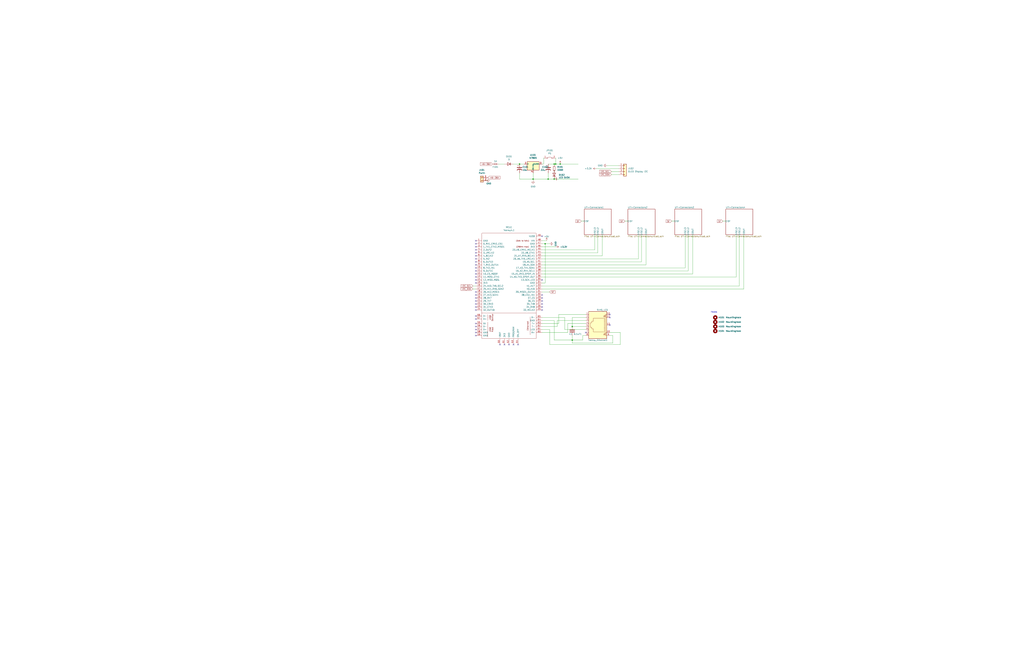
<source format=kicad_sch>
(kicad_sch (version 20211123) (generator eeschema)

  (uuid 860ee997-6541-45e7-9763-32657e07a891)

  (paper "D")

  (title_block
    (date "mar. 31 mars 2015")
  )

  (lib_symbols
    (symbol "Connector:RJ45_LED" (pin_names (offset 1.016)) (in_bom yes) (on_board yes)
      (property "Reference" "Teensy_Ethernet1" (id 0) (at 0 13.97 0)
        (effects (font (size 1.27 1.27)))
      )
      (property "Value" "RJ45_LED" (id 1) (at -3.81 -11.43 0)
        (effects (font (size 1.27 1.27)))
      )
      (property "Footprint" "Connector_RJ:RJ45_Cetus_J1B1211CCD_Horizontal" (id 2) (at 0 0.635 90)
        (effects (font (size 1.27 1.27)) hide)
      )
      (property "Datasheet" "~" (id 3) (at 0 0.635 90)
        (effects (font (size 1.27 1.27)) hide)
      )
      (property "ki_keywords" "8P8C RJ female connector led" (id 4) (at 0 0 0)
        (effects (font (size 1.27 1.27)) hide)
      )
      (property "ki_description" "RJ connector, 8P8C (8 positions 8 connected), two LEDs" (id 5) (at 0 0 0)
        (effects (font (size 1.27 1.27)) hide)
      )
      (property "ki_fp_filters" "8P8C* RJ45*" (id 6) (at 0 0 0)
        (effects (font (size 1.27 1.27)) hide)
      )
      (symbol "RJ45_LED_0_1"
        (polyline
          (pts
            (xy -7.62 -7.62)
            (xy -6.35 -7.62)
          )
          (stroke (width 0) (type default) (color 0 0 0 0))
          (fill (type none))
        )
        (polyline
          (pts
            (xy -7.62 -5.08)
            (xy -6.35 -5.08)
          )
          (stroke (width 0) (type default) (color 0 0 0 0))
          (fill (type none))
        )
        (polyline
          (pts
            (xy -7.62 7.62)
            (xy -6.35 7.62)
          )
          (stroke (width 0) (type default) (color 0 0 0 0))
          (fill (type none))
        )
        (polyline
          (pts
            (xy -7.62 10.16)
            (xy -6.35 10.16)
          )
          (stroke (width 0) (type default) (color 0 0 0 0))
          (fill (type none))
        )
        (polyline
          (pts
            (xy -6.858 -5.842)
            (xy -5.842 -5.842)
          )
          (stroke (width 0) (type default) (color 0 0 0 0))
          (fill (type none))
        )
        (polyline
          (pts
            (xy -6.858 9.398)
            (xy -5.842 9.398)
          )
          (stroke (width 0) (type default) (color 0 0 0 0))
          (fill (type none))
        )
        (polyline
          (pts
            (xy -6.35 -7.62)
            (xy -6.35 -6.858)
          )
          (stroke (width 0) (type default) (color 0 0 0 0))
          (fill (type none))
        )
        (polyline
          (pts
            (xy -6.35 -5.08)
            (xy -6.35 -5.842)
          )
          (stroke (width 0) (type default) (color 0 0 0 0))
          (fill (type none))
        )
        (polyline
          (pts
            (xy -6.35 7.62)
            (xy -6.35 8.382)
          )
          (stroke (width 0) (type default) (color 0 0 0 0))
          (fill (type none))
        )
        (polyline
          (pts
            (xy -6.35 10.16)
            (xy -6.35 9.398)
          )
          (stroke (width 0) (type default) (color 0 0 0 0))
          (fill (type none))
        )
        (polyline
          (pts
            (xy -5.08 -6.223)
            (xy -5.207 -6.604)
          )
          (stroke (width 0) (type default) (color 0 0 0 0))
          (fill (type none))
        )
        (polyline
          (pts
            (xy -5.08 -5.588)
            (xy -5.207 -5.969)
          )
          (stroke (width 0) (type default) (color 0 0 0 0))
          (fill (type none))
        )
        (polyline
          (pts
            (xy -5.08 4.445)
            (xy -6.35 4.445)
          )
          (stroke (width 0) (type default) (color 0 0 0 0))
          (fill (type none))
        )
        (polyline
          (pts
            (xy -5.08 5.715)
            (xy -6.35 5.715)
          )
          (stroke (width 0) (type default) (color 0 0 0 0))
          (fill (type none))
        )
        (polyline
          (pts
            (xy -5.08 9.017)
            (xy -5.207 8.636)
          )
          (stroke (width 0) (type default) (color 0 0 0 0))
          (fill (type none))
        )
        (polyline
          (pts
            (xy -5.08 9.652)
            (xy -5.207 9.271)
          )
          (stroke (width 0) (type default) (color 0 0 0 0))
          (fill (type none))
        )
        (polyline
          (pts
            (xy -6.35 -3.175)
            (xy -5.08 -3.175)
            (xy -5.08 -3.175)
          )
          (stroke (width 0) (type default) (color 0 0 0 0))
          (fill (type none))
        )
        (polyline
          (pts
            (xy -6.35 -1.905)
            (xy -5.08 -1.905)
            (xy -5.08 -1.905)
          )
          (stroke (width 0) (type default) (color 0 0 0 0))
          (fill (type none))
        )
        (polyline
          (pts
            (xy -6.35 -0.635)
            (xy -5.08 -0.635)
            (xy -5.08 -0.635)
          )
          (stroke (width 0) (type default) (color 0 0 0 0))
          (fill (type none))
        )
        (polyline
          (pts
            (xy -6.35 0.635)
            (xy -5.08 0.635)
            (xy -5.08 0.635)
          )
          (stroke (width 0) (type default) (color 0 0 0 0))
          (fill (type none))
        )
        (polyline
          (pts
            (xy -6.35 1.905)
            (xy -5.08 1.905)
            (xy -5.08 1.905)
          )
          (stroke (width 0) (type default) (color 0 0 0 0))
          (fill (type none))
        )
        (polyline
          (pts
            (xy -5.588 -6.731)
            (xy -5.08 -6.223)
            (xy -5.461 -6.35)
          )
          (stroke (width 0) (type default) (color 0 0 0 0))
          (fill (type none))
        )
        (polyline
          (pts
            (xy -5.588 -6.096)
            (xy -5.08 -5.588)
            (xy -5.461 -5.715)
          )
          (stroke (width 0) (type default) (color 0 0 0 0))
          (fill (type none))
        )
        (polyline
          (pts
            (xy -5.588 8.509)
            (xy -5.08 9.017)
            (xy -5.461 8.89)
          )
          (stroke (width 0) (type default) (color 0 0 0 0))
          (fill (type none))
        )
        (polyline
          (pts
            (xy -5.588 9.144)
            (xy -5.08 9.652)
            (xy -5.461 9.525)
          )
          (stroke (width 0) (type default) (color 0 0 0 0))
          (fill (type none))
        )
        (polyline
          (pts
            (xy -5.08 3.175)
            (xy -6.35 3.175)
            (xy -6.35 3.175)
          )
          (stroke (width 0) (type default) (color 0 0 0 0))
          (fill (type none))
        )
        (polyline
          (pts
            (xy -6.35 -5.842)
            (xy -6.858 -6.858)
            (xy -5.842 -6.858)
            (xy -6.35 -5.842)
          )
          (stroke (width 0) (type default) (color 0 0 0 0))
          (fill (type none))
        )
        (polyline
          (pts
            (xy -6.35 9.398)
            (xy -6.858 8.382)
            (xy -5.842 8.382)
            (xy -6.35 9.398)
          )
          (stroke (width 0) (type default) (color 0 0 0 0))
          (fill (type none))
        )
        (polyline
          (pts
            (xy -6.35 -4.445)
            (xy -6.35 6.985)
            (xy 3.81 6.985)
            (xy 3.81 4.445)
            (xy 5.08 4.445)
            (xy 5.08 3.175)
            (xy 6.35 3.175)
            (xy 6.35 -0.635)
            (xy 5.08 -0.635)
            (xy 5.08 -1.905)
            (xy 3.81 -1.905)
            (xy 3.81 -4.445)
            (xy -6.35 -4.445)
            (xy -6.35 -4.445)
          )
          (stroke (width 0) (type default) (color 0 0 0 0))
          (fill (type none))
        )
        (rectangle (start 7.62 12.7) (end -7.62 -10.16)
          (stroke (width 0.254) (type default) (color 0 0 0 0))
          (fill (type background))
        )
      )
      (symbol "RJ45_LED_1_1"
        (pin passive line (at 10.16 -7.62 180) (length 2.54)
          (name "~" (effects (font (size 1.27 1.27))))
          (number "1" (effects (font (size 1.27 1.27))))
        )
        (pin passive line (at -10.16 7.62 0) (length 2.54)
          (name "~" (effects (font (size 1.27 1.27))))
          (number "10" (effects (font (size 1.27 1.27))))
        )
        (pin passive line (at -10.16 -5.08 0) (length 2.54)
          (name "~" (effects (font (size 1.27 1.27))))
          (number "11" (effects (font (size 1.27 1.27))))
        )
        (pin passive line (at -10.16 -7.62 0) (length 2.54)
          (name "~" (effects (font (size 1.27 1.27))))
          (number "12" (effects (font (size 1.27 1.27))))
        )
        (pin passive line (at -10.16 1.27 0) (length 2.54)
          (name "" (effects (font (size 1.27 1.27))))
          (number "13" (effects (font (size 1.27 1.27))))
        )
        (pin passive line (at 10.16 -5.08 180) (length 2.54)
          (name "~" (effects (font (size 1.27 1.27))))
          (number "2" (effects (font (size 1.27 1.27))))
        )
        (pin passive line (at 10.16 -2.54 180) (length 2.54)
          (name "~" (effects (font (size 1.27 1.27))))
          (number "3" (effects (font (size 1.27 1.27))))
        )
        (pin passive line (at 10.16 0 180) (length 2.54)
          (name "~" (effects (font (size 1.27 1.27))))
          (number "4" (effects (font (size 1.27 1.27))))
        )
        (pin passive line (at 10.16 2.54 180) (length 2.54)
          (name "~" (effects (font (size 1.27 1.27))))
          (number "5" (effects (font (size 1.27 1.27))))
        )
        (pin passive line (at 10.16 5.08 180) (length 2.54)
          (name "~" (effects (font (size 1.27 1.27))))
          (number "6" (effects (font (size 1.27 1.27))))
        )
        (pin passive line (at 10.16 7.62 180) (length 2.54)
          (name "~" (effects (font (size 1.27 1.27))))
          (number "7" (effects (font (size 1.27 1.27))))
        )
        (pin passive line (at 10.16 10.16 180) (length 2.54)
          (name "~" (effects (font (size 1.27 1.27))))
          (number "8" (effects (font (size 1.27 1.27))))
        )
        (pin passive line (at -10.16 10.16 0) (length 2.54)
          (name "~" (effects (font (size 1.27 1.27))))
          (number "9" (effects (font (size 1.27 1.27))))
        )
      )
    )
    (symbol "Connector:Screw_Terminal_01x02" (pin_names (offset 1.016) hide) (in_bom yes) (on_board yes)
      (property "Reference" "J" (id 0) (at 0 2.54 0)
        (effects (font (size 1.27 1.27)))
      )
      (property "Value" "Screw_Terminal_01x02" (id 1) (at 0 -5.08 0)
        (effects (font (size 1.27 1.27)))
      )
      (property "Footprint" "" (id 2) (at 0 0 0)
        (effects (font (size 1.27 1.27)) hide)
      )
      (property "Datasheet" "~" (id 3) (at 0 0 0)
        (effects (font (size 1.27 1.27)) hide)
      )
      (property "ki_keywords" "screw terminal" (id 4) (at 0 0 0)
        (effects (font (size 1.27 1.27)) hide)
      )
      (property "ki_description" "Generic screw terminal, single row, 01x02, script generated (kicad-library-utils/schlib/autogen/connector/)" (id 5) (at 0 0 0)
        (effects (font (size 1.27 1.27)) hide)
      )
      (property "ki_fp_filters" "TerminalBlock*:*" (id 6) (at 0 0 0)
        (effects (font (size 1.27 1.27)) hide)
      )
      (symbol "Screw_Terminal_01x02_1_1"
        (rectangle (start -1.27 1.27) (end 1.27 -3.81)
          (stroke (width 0.254) (type default) (color 0 0 0 0))
          (fill (type background))
        )
        (circle (center 0 -2.54) (radius 0.635)
          (stroke (width 0.1524) (type default) (color 0 0 0 0))
          (fill (type none))
        )
        (polyline
          (pts
            (xy -0.5334 -2.2098)
            (xy 0.3302 -3.048)
          )
          (stroke (width 0.1524) (type default) (color 0 0 0 0))
          (fill (type none))
        )
        (polyline
          (pts
            (xy -0.5334 0.3302)
            (xy 0.3302 -0.508)
          )
          (stroke (width 0.1524) (type default) (color 0 0 0 0))
          (fill (type none))
        )
        (polyline
          (pts
            (xy -0.3556 -2.032)
            (xy 0.508 -2.8702)
          )
          (stroke (width 0.1524) (type default) (color 0 0 0 0))
          (fill (type none))
        )
        (polyline
          (pts
            (xy -0.3556 0.508)
            (xy 0.508 -0.3302)
          )
          (stroke (width 0.1524) (type default) (color 0 0 0 0))
          (fill (type none))
        )
        (circle (center 0 0) (radius 0.635)
          (stroke (width 0.1524) (type default) (color 0 0 0 0))
          (fill (type none))
        )
        (pin passive line (at -5.08 0 0) (length 3.81)
          (name "Pin_1" (effects (font (size 1.27 1.27))))
          (number "1" (effects (font (size 1.27 1.27))))
        )
        (pin passive line (at -5.08 -2.54 0) (length 3.81)
          (name "Pin_2" (effects (font (size 1.27 1.27))))
          (number "2" (effects (font (size 1.27 1.27))))
        )
      )
    )
    (symbol "Connector_Generic:Conn_01x04" (pin_names (offset 1.016) hide) (in_bom yes) (on_board yes)
      (property "Reference" "J" (id 0) (at 0 5.08 0)
        (effects (font (size 1.27 1.27)))
      )
      (property "Value" "Conn_01x04" (id 1) (at 0 -7.62 0)
        (effects (font (size 1.27 1.27)))
      )
      (property "Footprint" "" (id 2) (at 0 0 0)
        (effects (font (size 1.27 1.27)) hide)
      )
      (property "Datasheet" "~" (id 3) (at 0 0 0)
        (effects (font (size 1.27 1.27)) hide)
      )
      (property "ki_keywords" "connector" (id 4) (at 0 0 0)
        (effects (font (size 1.27 1.27)) hide)
      )
      (property "ki_description" "Generic connector, single row, 01x04, script generated (kicad-library-utils/schlib/autogen/connector/)" (id 5) (at 0 0 0)
        (effects (font (size 1.27 1.27)) hide)
      )
      (property "ki_fp_filters" "Connector*:*_1x??_*" (id 6) (at 0 0 0)
        (effects (font (size 1.27 1.27)) hide)
      )
      (symbol "Conn_01x04_1_1"
        (rectangle (start -1.27 -4.953) (end 0 -5.207)
          (stroke (width 0.1524) (type default) (color 0 0 0 0))
          (fill (type none))
        )
        (rectangle (start -1.27 -2.413) (end 0 -2.667)
          (stroke (width 0.1524) (type default) (color 0 0 0 0))
          (fill (type none))
        )
        (rectangle (start -1.27 0.127) (end 0 -0.127)
          (stroke (width 0.1524) (type default) (color 0 0 0 0))
          (fill (type none))
        )
        (rectangle (start -1.27 2.667) (end 0 2.413)
          (stroke (width 0.1524) (type default) (color 0 0 0 0))
          (fill (type none))
        )
        (rectangle (start -1.27 3.81) (end 1.27 -6.35)
          (stroke (width 0.254) (type default) (color 0 0 0 0))
          (fill (type background))
        )
        (pin passive line (at -5.08 2.54 0) (length 3.81)
          (name "Pin_1" (effects (font (size 1.27 1.27))))
          (number "1" (effects (font (size 1.27 1.27))))
        )
        (pin passive line (at -5.08 0 0) (length 3.81)
          (name "Pin_2" (effects (font (size 1.27 1.27))))
          (number "2" (effects (font (size 1.27 1.27))))
        )
        (pin passive line (at -5.08 -2.54 0) (length 3.81)
          (name "Pin_3" (effects (font (size 1.27 1.27))))
          (number "3" (effects (font (size 1.27 1.27))))
        )
        (pin passive line (at -5.08 -5.08 0) (length 3.81)
          (name "Pin_4" (effects (font (size 1.27 1.27))))
          (number "4" (effects (font (size 1.27 1.27))))
        )
      )
    )
    (symbol "Device:C" (pin_numbers hide) (pin_names (offset 0.254)) (in_bom yes) (on_board yes)
      (property "Reference" "C" (id 0) (at 0.635 2.54 0)
        (effects (font (size 1.27 1.27)) (justify left))
      )
      (property "Value" "C" (id 1) (at 0.635 -2.54 0)
        (effects (font (size 1.27 1.27)) (justify left))
      )
      (property "Footprint" "" (id 2) (at 0.9652 -3.81 0)
        (effects (font (size 1.27 1.27)) hide)
      )
      (property "Datasheet" "~" (id 3) (at 0 0 0)
        (effects (font (size 1.27 1.27)) hide)
      )
      (property "ki_keywords" "cap capacitor" (id 4) (at 0 0 0)
        (effects (font (size 1.27 1.27)) hide)
      )
      (property "ki_description" "Unpolarized capacitor" (id 5) (at 0 0 0)
        (effects (font (size 1.27 1.27)) hide)
      )
      (property "ki_fp_filters" "C_*" (id 6) (at 0 0 0)
        (effects (font (size 1.27 1.27)) hide)
      )
      (symbol "C_0_1"
        (polyline
          (pts
            (xy -2.032 -0.762)
            (xy 2.032 -0.762)
          )
          (stroke (width 0.508) (type default) (color 0 0 0 0))
          (fill (type none))
        )
        (polyline
          (pts
            (xy -2.032 0.762)
            (xy 2.032 0.762)
          )
          (stroke (width 0.508) (type default) (color 0 0 0 0))
          (fill (type none))
        )
      )
      (symbol "C_1_1"
        (pin passive line (at 0 3.81 270) (length 2.794)
          (name "~" (effects (font (size 1.27 1.27))))
          (number "1" (effects (font (size 1.27 1.27))))
        )
        (pin passive line (at 0 -3.81 90) (length 2.794)
          (name "~" (effects (font (size 1.27 1.27))))
          (number "2" (effects (font (size 1.27 1.27))))
        )
      )
    )
    (symbol "Device:C_Polarized_US" (pin_numbers hide) (pin_names (offset 0.254) hide) (in_bom yes) (on_board yes)
      (property "Reference" "C" (id 0) (at 0.635 2.54 0)
        (effects (font (size 1.27 1.27)) (justify left))
      )
      (property "Value" "C_Polarized_US" (id 1) (at 0.635 -2.54 0)
        (effects (font (size 1.27 1.27)) (justify left))
      )
      (property "Footprint" "" (id 2) (at 0 0 0)
        (effects (font (size 1.27 1.27)) hide)
      )
      (property "Datasheet" "~" (id 3) (at 0 0 0)
        (effects (font (size 1.27 1.27)) hide)
      )
      (property "ki_keywords" "cap capacitor" (id 4) (at 0 0 0)
        (effects (font (size 1.27 1.27)) hide)
      )
      (property "ki_description" "Polarized capacitor, US symbol" (id 5) (at 0 0 0)
        (effects (font (size 1.27 1.27)) hide)
      )
      (property "ki_fp_filters" "CP_*" (id 6) (at 0 0 0)
        (effects (font (size 1.27 1.27)) hide)
      )
      (symbol "C_Polarized_US_0_1"
        (polyline
          (pts
            (xy -2.032 0.762)
            (xy 2.032 0.762)
          )
          (stroke (width 0.508) (type default) (color 0 0 0 0))
          (fill (type none))
        )
        (polyline
          (pts
            (xy -1.778 2.286)
            (xy -0.762 2.286)
          )
          (stroke (width 0) (type default) (color 0 0 0 0))
          (fill (type none))
        )
        (polyline
          (pts
            (xy -1.27 1.778)
            (xy -1.27 2.794)
          )
          (stroke (width 0) (type default) (color 0 0 0 0))
          (fill (type none))
        )
        (arc (start 2.032 -1.27) (mid 0 -0.5572) (end -2.032 -1.27)
          (stroke (width 0.508) (type default) (color 0 0 0 0))
          (fill (type none))
        )
      )
      (symbol "C_Polarized_US_1_1"
        (pin passive line (at 0 3.81 270) (length 2.794)
          (name "~" (effects (font (size 1.27 1.27))))
          (number "1" (effects (font (size 1.27 1.27))))
        )
        (pin passive line (at 0 -3.81 90) (length 3.302)
          (name "~" (effects (font (size 1.27 1.27))))
          (number "2" (effects (font (size 1.27 1.27))))
        )
      )
    )
    (symbol "Device:D" (pin_numbers hide) (pin_names (offset 1.016) hide) (in_bom yes) (on_board yes)
      (property "Reference" "D" (id 0) (at 0 2.54 0)
        (effects (font (size 1.27 1.27)))
      )
      (property "Value" "D" (id 1) (at 0 -2.54 0)
        (effects (font (size 1.27 1.27)))
      )
      (property "Footprint" "" (id 2) (at 0 0 0)
        (effects (font (size 1.27 1.27)) hide)
      )
      (property "Datasheet" "~" (id 3) (at 0 0 0)
        (effects (font (size 1.27 1.27)) hide)
      )
      (property "ki_keywords" "diode" (id 4) (at 0 0 0)
        (effects (font (size 1.27 1.27)) hide)
      )
      (property "ki_description" "Diode" (id 5) (at 0 0 0)
        (effects (font (size 1.27 1.27)) hide)
      )
      (property "ki_fp_filters" "TO-???* *_Diode_* *SingleDiode* D_*" (id 6) (at 0 0 0)
        (effects (font (size 1.27 1.27)) hide)
      )
      (symbol "D_0_1"
        (polyline
          (pts
            (xy -1.27 1.27)
            (xy -1.27 -1.27)
          )
          (stroke (width 0.254) (type default) (color 0 0 0 0))
          (fill (type none))
        )
        (polyline
          (pts
            (xy 1.27 0)
            (xy -1.27 0)
          )
          (stroke (width 0) (type default) (color 0 0 0 0))
          (fill (type none))
        )
        (polyline
          (pts
            (xy 1.27 1.27)
            (xy 1.27 -1.27)
            (xy -1.27 0)
            (xy 1.27 1.27)
          )
          (stroke (width 0.254) (type default) (color 0 0 0 0))
          (fill (type none))
        )
      )
      (symbol "D_1_1"
        (pin passive line (at -3.81 0 0) (length 2.54)
          (name "K" (effects (font (size 1.27 1.27))))
          (number "1" (effects (font (size 1.27 1.27))))
        )
        (pin passive line (at 3.81 0 180) (length 2.54)
          (name "A" (effects (font (size 1.27 1.27))))
          (number "2" (effects (font (size 1.27 1.27))))
        )
      )
    )
    (symbol "Device:Fuse_Small" (pin_numbers hide) (pin_names (offset 0.254) hide) (in_bom yes) (on_board yes)
      (property "Reference" "F" (id 0) (at 0 -1.524 0)
        (effects (font (size 1.27 1.27)))
      )
      (property "Value" "Fuse_Small" (id 1) (at 0 1.524 0)
        (effects (font (size 1.27 1.27)))
      )
      (property "Footprint" "" (id 2) (at 0 0 0)
        (effects (font (size 1.27 1.27)) hide)
      )
      (property "Datasheet" "~" (id 3) (at 0 0 0)
        (effects (font (size 1.27 1.27)) hide)
      )
      (property "ki_keywords" "fuse" (id 4) (at 0 0 0)
        (effects (font (size 1.27 1.27)) hide)
      )
      (property "ki_description" "Fuse, small symbol" (id 5) (at 0 0 0)
        (effects (font (size 1.27 1.27)) hide)
      )
      (property "ki_fp_filters" "SM*" (id 6) (at 0 0 0)
        (effects (font (size 1.27 1.27)) hide)
      )
      (symbol "Fuse_Small_0_1"
        (rectangle (start -1.27 0.508) (end 1.27 -0.508)
          (stroke (width 0) (type default) (color 0 0 0 0))
          (fill (type none))
        )
        (polyline
          (pts
            (xy -1.27 0)
            (xy 1.27 0)
          )
          (stroke (width 0) (type default) (color 0 0 0 0))
          (fill (type none))
        )
      )
      (symbol "Fuse_Small_1_1"
        (pin passive line (at -2.54 0 0) (length 1.27)
          (name "~" (effects (font (size 1.27 1.27))))
          (number "1" (effects (font (size 1.27 1.27))))
        )
        (pin passive line (at 2.54 0 180) (length 1.27)
          (name "~" (effects (font (size 1.27 1.27))))
          (number "2" (effects (font (size 1.27 1.27))))
        )
      )
    )
    (symbol "Device:LED" (pin_numbers hide) (pin_names (offset 1.016) hide) (in_bom yes) (on_board yes)
      (property "Reference" "D" (id 0) (at 0 2.54 0)
        (effects (font (size 1.27 1.27)))
      )
      (property "Value" "LED" (id 1) (at 0 -2.54 0)
        (effects (font (size 1.27 1.27)))
      )
      (property "Footprint" "" (id 2) (at 0 0 0)
        (effects (font (size 1.27 1.27)) hide)
      )
      (property "Datasheet" "~" (id 3) (at 0 0 0)
        (effects (font (size 1.27 1.27)) hide)
      )
      (property "ki_keywords" "LED diode" (id 4) (at 0 0 0)
        (effects (font (size 1.27 1.27)) hide)
      )
      (property "ki_description" "Light emitting diode" (id 5) (at 0 0 0)
        (effects (font (size 1.27 1.27)) hide)
      )
      (property "ki_fp_filters" "LED* LED_SMD:* LED_THT:*" (id 6) (at 0 0 0)
        (effects (font (size 1.27 1.27)) hide)
      )
      (symbol "LED_0_1"
        (polyline
          (pts
            (xy -1.27 -1.27)
            (xy -1.27 1.27)
          )
          (stroke (width 0.254) (type default) (color 0 0 0 0))
          (fill (type none))
        )
        (polyline
          (pts
            (xy -1.27 0)
            (xy 1.27 0)
          )
          (stroke (width 0) (type default) (color 0 0 0 0))
          (fill (type none))
        )
        (polyline
          (pts
            (xy 1.27 -1.27)
            (xy 1.27 1.27)
            (xy -1.27 0)
            (xy 1.27 -1.27)
          )
          (stroke (width 0.254) (type default) (color 0 0 0 0))
          (fill (type none))
        )
        (polyline
          (pts
            (xy -3.048 -0.762)
            (xy -4.572 -2.286)
            (xy -3.81 -2.286)
            (xy -4.572 -2.286)
            (xy -4.572 -1.524)
          )
          (stroke (width 0) (type default) (color 0 0 0 0))
          (fill (type none))
        )
        (polyline
          (pts
            (xy -1.778 -0.762)
            (xy -3.302 -2.286)
            (xy -2.54 -2.286)
            (xy -3.302 -2.286)
            (xy -3.302 -1.524)
          )
          (stroke (width 0) (type default) (color 0 0 0 0))
          (fill (type none))
        )
      )
      (symbol "LED_1_1"
        (pin passive line (at -3.81 0 0) (length 2.54)
          (name "K" (effects (font (size 1.27 1.27))))
          (number "1" (effects (font (size 1.27 1.27))))
        )
        (pin passive line (at 3.81 0 180) (length 2.54)
          (name "A" (effects (font (size 1.27 1.27))))
          (number "2" (effects (font (size 1.27 1.27))))
        )
      )
    )
    (symbol "Device:R_Small" (pin_numbers hide) (pin_names (offset 0.254) hide) (in_bom yes) (on_board yes)
      (property "Reference" "R" (id 0) (at 0.762 0.508 0)
        (effects (font (size 1.27 1.27)) (justify left))
      )
      (property "Value" "R_Small" (id 1) (at 0.762 -1.016 0)
        (effects (font (size 1.27 1.27)) (justify left))
      )
      (property "Footprint" "" (id 2) (at 0 0 0)
        (effects (font (size 1.27 1.27)) hide)
      )
      (property "Datasheet" "~" (id 3) (at 0 0 0)
        (effects (font (size 1.27 1.27)) hide)
      )
      (property "ki_keywords" "R resistor" (id 4) (at 0 0 0)
        (effects (font (size 1.27 1.27)) hide)
      )
      (property "ki_description" "Resistor, small symbol" (id 5) (at 0 0 0)
        (effects (font (size 1.27 1.27)) hide)
      )
      (property "ki_fp_filters" "R_*" (id 6) (at 0 0 0)
        (effects (font (size 1.27 1.27)) hide)
      )
      (symbol "R_Small_0_1"
        (rectangle (start -0.762 1.778) (end 0.762 -1.778)
          (stroke (width 0.2032) (type default) (color 0 0 0 0))
          (fill (type none))
        )
      )
      (symbol "R_Small_1_1"
        (pin passive line (at 0 2.54 270) (length 0.762)
          (name "~" (effects (font (size 1.27 1.27))))
          (number "1" (effects (font (size 1.27 1.27))))
        )
        (pin passive line (at 0 -2.54 90) (length 0.762)
          (name "~" (effects (font (size 1.27 1.27))))
          (number "2" (effects (font (size 1.27 1.27))))
        )
      )
    )
    (symbol "Jumper:Jumper_2_Bridged" (pin_names (offset 0) hide) (in_bom yes) (on_board yes)
      (property "Reference" "JP" (id 0) (at 0 1.905 0)
        (effects (font (size 1.27 1.27)))
      )
      (property "Value" "Jumper_2_Bridged" (id 1) (at 0 -2.54 0)
        (effects (font (size 1.27 1.27)))
      )
      (property "Footprint" "" (id 2) (at 0 0 0)
        (effects (font (size 1.27 1.27)) hide)
      )
      (property "Datasheet" "~" (id 3) (at 0 0 0)
        (effects (font (size 1.27 1.27)) hide)
      )
      (property "ki_keywords" "Jumper SPST" (id 4) (at 0 0 0)
        (effects (font (size 1.27 1.27)) hide)
      )
      (property "ki_description" "Jumper, 2-pole, closed/bridged" (id 5) (at 0 0 0)
        (effects (font (size 1.27 1.27)) hide)
      )
      (property "ki_fp_filters" "Jumper* TestPoint*2Pads* TestPoint*Bridge*" (id 6) (at 0 0 0)
        (effects (font (size 1.27 1.27)) hide)
      )
      (symbol "Jumper_2_Bridged_0_0"
        (circle (center -2.032 0) (radius 0.508)
          (stroke (width 0) (type default) (color 0 0 0 0))
          (fill (type none))
        )
        (circle (center 2.032 0) (radius 0.508)
          (stroke (width 0) (type default) (color 0 0 0 0))
          (fill (type none))
        )
      )
      (symbol "Jumper_2_Bridged_0_1"
        (arc (start 1.524 0.254) (mid 0 0.762) (end -1.524 0.254)
          (stroke (width 0) (type default) (color 0 0 0 0))
          (fill (type none))
        )
      )
      (symbol "Jumper_2_Bridged_1_1"
        (pin passive line (at -5.08 0 0) (length 2.54)
          (name "A" (effects (font (size 1.27 1.27))))
          (number "1" (effects (font (size 1.27 1.27))))
        )
        (pin passive line (at 5.08 0 180) (length 2.54)
          (name "B" (effects (font (size 1.27 1.27))))
          (number "2" (effects (font (size 1.27 1.27))))
        )
      )
    )
    (symbol "MeanWell-DC-DC:N7805" (pin_names (offset 0.254)) (in_bom yes) (on_board yes)
      (property "Reference" "U" (id 0) (at -3.81 3.175 0)
        (effects (font (size 1.27 1.27)))
      )
      (property "Value" "N7805" (id 1) (at 0 3.175 0)
        (effects (font (size 1.27 1.27)) (justify left))
      )
      (property "Footprint" "" (id 2) (at 0.635 -3.81 0)
        (effects (font (size 1.27 1.27) italic) (justify left) hide)
      )
      (property "Datasheet" "" (id 3) (at 0 -1.27 0)
        (effects (font (size 1.27 1.27)) hide)
      )
      (property "ki_keywords" "Voltage Regulator 1.5A Positive" (id 4) (at 0 0 0)
        (effects (font (size 1.27 1.27)) hide)
      )
      (property "ki_description" "Positive 1.5A 35V Linear Regulator, Fixed Output 5V, TO-220/TO-263/TO-252" (id 5) (at 0 0 0)
        (effects (font (size 1.27 1.27)) hide)
      )
      (property "ki_fp_filters" "TO?252* TO?263* TO?220*" (id 6) (at 0 0 0)
        (effects (font (size 1.27 1.27)) hide)
      )
      (symbol "N7805_0_1"
        (rectangle (start -5.08 1.905) (end 5.08 -5.08)
          (stroke (width 0.254) (type default) (color 0 0 0 0))
          (fill (type background))
        )
      )
      (symbol "N7805_1_1"
        (pin power_in line (at -7.62 0 0) (length 2.54)
          (name "IN" (effects (font (size 0.6 0.6))))
          (number "1" (effects (font (size 1.27 1.27))))
        )
        (pin power_out line (at 0 -7.62 90) (length 2.54)
          (name "GND/-Vout" (effects (font (size 0.5 0.5))))
          (number "2" (effects (font (size 1.27 1.27))))
        )
        (pin power_out line (at 7.62 0 180) (length 2.54)
          (name "+Vout/GND" (effects (font (size 0.6 0.6))))
          (number "3" (effects (font (size 1.27 1.27))))
        )
      )
    )
    (symbol "Mechanical:MountingHole" (pin_names (offset 1.016)) (in_bom yes) (on_board yes)
      (property "Reference" "H" (id 0) (at 0 5.08 0)
        (effects (font (size 1.27 1.27)))
      )
      (property "Value" "MountingHole" (id 1) (at 0 3.175 0)
        (effects (font (size 1.27 1.27)))
      )
      (property "Footprint" "" (id 2) (at 0 0 0)
        (effects (font (size 1.27 1.27)) hide)
      )
      (property "Datasheet" "~" (id 3) (at 0 0 0)
        (effects (font (size 1.27 1.27)) hide)
      )
      (property "ki_keywords" "mounting hole" (id 4) (at 0 0 0)
        (effects (font (size 1.27 1.27)) hide)
      )
      (property "ki_description" "Mounting Hole without connection" (id 5) (at 0 0 0)
        (effects (font (size 1.27 1.27)) hide)
      )
      (property "ki_fp_filters" "MountingHole*" (id 6) (at 0 0 0)
        (effects (font (size 1.27 1.27)) hide)
      )
      (symbol "MountingHole_0_1"
        (circle (center 0 0) (radius 1.27)
          (stroke (width 1.27) (type default) (color 0 0 0 0))
          (fill (type none))
        )
      )
    )
    (symbol "power:+3.3V" (power) (pin_names (offset 0)) (in_bom yes) (on_board yes)
      (property "Reference" "#PWR" (id 0) (at 0 -3.81 0)
        (effects (font (size 1.27 1.27)) hide)
      )
      (property "Value" "+3.3V" (id 1) (at 0 3.556 0)
        (effects (font (size 1.27 1.27)))
      )
      (property "Footprint" "" (id 2) (at 0 0 0)
        (effects (font (size 1.27 1.27)) hide)
      )
      (property "Datasheet" "" (id 3) (at 0 0 0)
        (effects (font (size 1.27 1.27)) hide)
      )
      (property "ki_keywords" "power-flag" (id 4) (at 0 0 0)
        (effects (font (size 1.27 1.27)) hide)
      )
      (property "ki_description" "Power symbol creates a global label with name \"+3.3V\"" (id 5) (at 0 0 0)
        (effects (font (size 1.27 1.27)) hide)
      )
      (symbol "+3.3V_0_1"
        (polyline
          (pts
            (xy -0.762 1.27)
            (xy 0 2.54)
          )
          (stroke (width 0) (type default) (color 0 0 0 0))
          (fill (type none))
        )
        (polyline
          (pts
            (xy 0 0)
            (xy 0 2.54)
          )
          (stroke (width 0) (type default) (color 0 0 0 0))
          (fill (type none))
        )
        (polyline
          (pts
            (xy 0 2.54)
            (xy 0.762 1.27)
          )
          (stroke (width 0) (type default) (color 0 0 0 0))
          (fill (type none))
        )
      )
      (symbol "+3.3V_1_1"
        (pin power_in line (at 0 0 90) (length 0) hide
          (name "+3.3V" (effects (font (size 1.27 1.27))))
          (number "1" (effects (font (size 1.27 1.27))))
        )
      )
    )
    (symbol "power:+5V" (power) (pin_names (offset 0)) (in_bom yes) (on_board yes)
      (property "Reference" "#PWR" (id 0) (at 0 -3.81 0)
        (effects (font (size 1.27 1.27)) hide)
      )
      (property "Value" "+5V" (id 1) (at 0 3.556 0)
        (effects (font (size 1.27 1.27)))
      )
      (property "Footprint" "" (id 2) (at 0 0 0)
        (effects (font (size 1.27 1.27)) hide)
      )
      (property "Datasheet" "" (id 3) (at 0 0 0)
        (effects (font (size 1.27 1.27)) hide)
      )
      (property "ki_keywords" "power-flag" (id 4) (at 0 0 0)
        (effects (font (size 1.27 1.27)) hide)
      )
      (property "ki_description" "Power symbol creates a global label with name \"+5V\"" (id 5) (at 0 0 0)
        (effects (font (size 1.27 1.27)) hide)
      )
      (symbol "+5V_0_1"
        (polyline
          (pts
            (xy -0.762 1.27)
            (xy 0 2.54)
          )
          (stroke (width 0) (type default) (color 0 0 0 0))
          (fill (type none))
        )
        (polyline
          (pts
            (xy 0 0)
            (xy 0 2.54)
          )
          (stroke (width 0) (type default) (color 0 0 0 0))
          (fill (type none))
        )
        (polyline
          (pts
            (xy 0 2.54)
            (xy 0.762 1.27)
          )
          (stroke (width 0) (type default) (color 0 0 0 0))
          (fill (type none))
        )
      )
      (symbol "+5V_1_1"
        (pin power_in line (at 0 0 90) (length 0) hide
          (name "+5V" (effects (font (size 1.27 1.27))))
          (number "1" (effects (font (size 1.27 1.27))))
        )
      )
    )
    (symbol "power:GND" (power) (pin_names (offset 0)) (in_bom yes) (on_board yes)
      (property "Reference" "#PWR" (id 0) (at 0 -6.35 0)
        (effects (font (size 1.27 1.27)) hide)
      )
      (property "Value" "GND" (id 1) (at 0 -3.81 0)
        (effects (font (size 1.27 1.27)))
      )
      (property "Footprint" "" (id 2) (at 0 0 0)
        (effects (font (size 1.27 1.27)) hide)
      )
      (property "Datasheet" "" (id 3) (at 0 0 0)
        (effects (font (size 1.27 1.27)) hide)
      )
      (property "ki_keywords" "power-flag" (id 4) (at 0 0 0)
        (effects (font (size 1.27 1.27)) hide)
      )
      (property "ki_description" "Power symbol creates a global label with name \"GND\" , ground" (id 5) (at 0 0 0)
        (effects (font (size 1.27 1.27)) hide)
      )
      (symbol "GND_0_1"
        (polyline
          (pts
            (xy 0 0)
            (xy 0 -1.27)
            (xy 1.27 -1.27)
            (xy 0 -2.54)
            (xy -1.27 -1.27)
            (xy 0 -1.27)
          )
          (stroke (width 0) (type default) (color 0 0 0 0))
          (fill (type none))
        )
      )
      (symbol "GND_1_1"
        (pin power_in line (at 0 0 270) (length 0) hide
          (name "GND" (effects (font (size 1.27 1.27))))
          (number "1" (effects (font (size 1.27 1.27))))
        )
      )
    )
    (symbol "teensy:Teensy4.1" (pin_names (offset 1.016)) (in_bom yes) (on_board yes)
      (property "Reference" "U" (id 0) (at 0 64.77 0)
        (effects (font (size 1.27 1.27)))
      )
      (property "Value" "Teensy4.1" (id 1) (at 0 62.23 0)
        (effects (font (size 1.27 1.27)))
      )
      (property "Footprint" "" (id 2) (at -10.16 10.16 0)
        (effects (font (size 1.27 1.27)) hide)
      )
      (property "Datasheet" "" (id 3) (at -10.16 10.16 0)
        (effects (font (size 1.27 1.27)) hide)
      )
      (symbol "Teensy4.1_0_0"
        (polyline
          (pts
            (xy -22.86 -6.35)
            (xy 22.86 -6.35)
          )
          (stroke (width 0) (type default) (color 0 0 0 0))
          (fill (type none))
        )
        (polyline
          (pts
            (xy -17.78 -26.67)
            (xy -17.78 -13.97)
          )
          (stroke (width 0) (type default) (color 0 0 0 0))
          (fill (type none))
        )
        (polyline
          (pts
            (xy -17.78 -7.62)
            (xy -17.78 -12.7)
          )
          (stroke (width 0) (type default) (color 0 0 0 0))
          (fill (type none))
        )
        (polyline
          (pts
            (xy 17.78 -9.525)
            (xy 17.78 -24.765)
          )
          (stroke (width 0) (type default) (color 0 0 0 0))
          (fill (type none))
        )
        (text "(250mA max)" (at 11.43 49.53 0)
          (effects (font (size 1.016 1.016)))
        )
        (text "(3.6v to 5.5v)" (at 11.43 54.61 0)
          (effects (font (size 1.016 1.016)))
        )
        (text "Device" (at -13.97 -10.16 900)
          (effects (font (size 1.27 1.27)))
        )
        (text "Ethernet" (at 15.875 -17.145 900)
          (effects (font (size 1.27 1.27)))
        )
        (text "Host" (at -13.97 -20.32 900)
          (effects (font (size 1.27 1.27)))
        )
        (text "USB" (at -15.875 -20.32 900)
          (effects (font (size 1.27 1.27)))
        )
        (text "USB" (at -15.875 -10.16 900)
          (effects (font (size 1.27 1.27)))
        )
        (pin bidirectional line (at -27.94 31.75 0) (length 5.08)
          (name "8_TX2_IN1" (effects (font (size 1.27 1.27))))
          (number "10" (effects (font (size 1.27 1.27))))
        )
        (pin bidirectional line (at -27.94 29.21 0) (length 5.08)
          (name "9_OUT1C" (effects (font (size 1.27 1.27))))
          (number "11" (effects (font (size 1.27 1.27))))
        )
        (pin bidirectional line (at -27.94 26.67 0) (length 5.08)
          (name "10_CS_MQSR" (effects (font (size 1.27 1.27))))
          (number "12" (effects (font (size 1.27 1.27))))
        )
        (pin bidirectional line (at -27.94 24.13 0) (length 5.08)
          (name "11_MOSI_CTX1" (effects (font (size 1.27 1.27))))
          (number "13" (effects (font (size 1.27 1.27))))
        )
        (pin bidirectional line (at -27.94 21.59 0) (length 5.08)
          (name "12_MISO_MQSL" (effects (font (size 1.27 1.27))))
          (number "14" (effects (font (size 1.27 1.27))))
        )
        (pin power_in line (at -27.94 19.05 0) (length 5.08)
          (name "3V3" (effects (font (size 1.27 1.27))))
          (number "15" (effects (font (size 1.27 1.27))))
        )
        (pin bidirectional line (at -27.94 16.51 0) (length 5.08)
          (name "24_A10_TX6_SCL2" (effects (font (size 1.27 1.27))))
          (number "16" (effects (font (size 1.27 1.27))))
        )
        (pin bidirectional line (at -27.94 13.97 0) (length 5.08)
          (name "25_A11_RX6_SDA2" (effects (font (size 1.27 1.27))))
          (number "17" (effects (font (size 1.27 1.27))))
        )
        (pin bidirectional line (at -27.94 11.43 0) (length 5.08)
          (name "26_A12_MOSI1" (effects (font (size 1.27 1.27))))
          (number "18" (effects (font (size 1.27 1.27))))
        )
        (pin bidirectional line (at -27.94 8.89 0) (length 5.08)
          (name "27_A13_SCK1" (effects (font (size 1.27 1.27))))
          (number "19" (effects (font (size 1.27 1.27))))
        )
        (pin bidirectional line (at -27.94 6.35 0) (length 5.08)
          (name "28_RX7" (effects (font (size 1.27 1.27))))
          (number "20" (effects (font (size 1.27 1.27))))
        )
        (pin bidirectional line (at -27.94 3.81 0) (length 5.08)
          (name "29_TX7" (effects (font (size 1.27 1.27))))
          (number "21" (effects (font (size 1.27 1.27))))
        )
        (pin bidirectional line (at -27.94 1.27 0) (length 5.08)
          (name "30_CRX3" (effects (font (size 1.27 1.27))))
          (number "22" (effects (font (size 1.27 1.27))))
        )
        (pin bidirectional line (at -27.94 -1.27 0) (length 5.08)
          (name "31_CTX3" (effects (font (size 1.27 1.27))))
          (number "23" (effects (font (size 1.27 1.27))))
        )
        (pin bidirectional line (at -27.94 -3.81 0) (length 5.08)
          (name "32_OUT1B" (effects (font (size 1.27 1.27))))
          (number "24" (effects (font (size 1.27 1.27))))
        )
        (pin bidirectional line (at 27.94 -3.81 180) (length 5.08)
          (name "33_MCLK2" (effects (font (size 1.27 1.27))))
          (number "25" (effects (font (size 1.27 1.27))))
        )
        (pin bidirectional line (at 27.94 -1.27 180) (length 5.08)
          (name "34_RX8" (effects (font (size 1.27 1.27))))
          (number "26" (effects (font (size 1.27 1.27))))
        )
        (pin bidirectional line (at 27.94 1.27 180) (length 5.08)
          (name "35_TX8" (effects (font (size 1.27 1.27))))
          (number "27" (effects (font (size 1.27 1.27))))
        )
        (pin bidirectional line (at 27.94 3.81 180) (length 5.08)
          (name "36_CS" (effects (font (size 1.27 1.27))))
          (number "28" (effects (font (size 1.27 1.27))))
        )
        (pin bidirectional line (at 27.94 6.35 180) (length 5.08)
          (name "37_CS" (effects (font (size 1.27 1.27))))
          (number "29" (effects (font (size 1.27 1.27))))
        )
        (pin bidirectional line (at 27.94 8.89 180) (length 5.08)
          (name "38_CS1_IN1" (effects (font (size 1.27 1.27))))
          (number "30" (effects (font (size 1.27 1.27))))
        )
        (pin bidirectional line (at 27.94 11.43 180) (length 5.08)
          (name "39_MISO1_OUT1A" (effects (font (size 1.27 1.27))))
          (number "31" (effects (font (size 1.27 1.27))))
        )
        (pin bidirectional line (at 27.94 13.97 180) (length 5.08)
          (name "40_A16" (effects (font (size 1.27 1.27))))
          (number "32" (effects (font (size 1.27 1.27))))
        )
        (pin bidirectional line (at 27.94 16.51 180) (length 5.08)
          (name "41_A17" (effects (font (size 1.27 1.27))))
          (number "33" (effects (font (size 1.27 1.27))))
        )
        (pin bidirectional line (at 27.94 21.59 180) (length 5.08)
          (name "13_SCK_LED" (effects (font (size 1.27 1.27))))
          (number "35" (effects (font (size 1.27 1.27))))
        )
        (pin bidirectional line (at 27.94 24.13 180) (length 5.08)
          (name "14_A0_TX3_SPDIF_OUT" (effects (font (size 1.27 1.27))))
          (number "36" (effects (font (size 1.27 1.27))))
        )
        (pin bidirectional line (at 27.94 26.67 180) (length 5.08)
          (name "15_A1_RX3_SPDIF_IN" (effects (font (size 1.27 1.27))))
          (number "37" (effects (font (size 1.27 1.27))))
        )
        (pin bidirectional line (at 27.94 29.21 180) (length 5.08)
          (name "16_A2_RX4_SCL1" (effects (font (size 1.27 1.27))))
          (number "38" (effects (font (size 1.27 1.27))))
        )
        (pin bidirectional line (at 27.94 31.75 180) (length 5.08)
          (name "17_A3_TX4_SDA1" (effects (font (size 1.27 1.27))))
          (number "39" (effects (font (size 1.27 1.27))))
        )
        (pin bidirectional line (at 27.94 34.29 180) (length 5.08)
          (name "18_A4_SDA" (effects (font (size 1.27 1.27))))
          (number "40" (effects (font (size 1.27 1.27))))
        )
        (pin bidirectional line (at 27.94 36.83 180) (length 5.08)
          (name "19_A5_SCL" (effects (font (size 1.27 1.27))))
          (number "41" (effects (font (size 1.27 1.27))))
        )
        (pin bidirectional line (at 27.94 39.37 180) (length 5.08)
          (name "20_A6_TX5_LRCLK1" (effects (font (size 1.27 1.27))))
          (number "42" (effects (font (size 1.27 1.27))))
        )
        (pin bidirectional line (at 27.94 41.91 180) (length 5.08)
          (name "21_A7_RX5_BCLK1" (effects (font (size 1.27 1.27))))
          (number "43" (effects (font (size 1.27 1.27))))
        )
        (pin bidirectional line (at 27.94 44.45 180) (length 5.08)
          (name "22_A8_CTX1" (effects (font (size 1.27 1.27))))
          (number "44" (effects (font (size 1.27 1.27))))
        )
        (pin bidirectional line (at 27.94 46.99 180) (length 5.08)
          (name "23_A9_CRX1_MCLK1" (effects (font (size 1.27 1.27))))
          (number "45" (effects (font (size 1.27 1.27))))
        )
        (pin output line (at 27.94 49.53 180) (length 5.08)
          (name "3V3" (effects (font (size 1.27 1.27))))
          (number "46" (effects (font (size 1.27 1.27))))
        )
        (pin output line (at 27.94 52.07 180) (length 5.08)
          (name "GND" (effects (font (size 1.27 1.27))))
          (number "47" (effects (font (size 1.27 1.27))))
        )
        (pin power_in line (at 27.94 54.61 180) (length 5.08)
          (name "VIN" (effects (font (size 1.27 1.27))))
          (number "48" (effects (font (size 1.27 1.27))))
        )
        (pin power_out line (at 27.94 58.42 180) (length 5.08)
          (name "VUSB" (effects (font (size 1.27 1.27))))
          (number "49" (effects (font (size 1.27 1.27))))
        )
        (pin bidirectional line (at -27.94 44.45 0) (length 5.08)
          (name "3_LRCLK2" (effects (font (size 1.27 1.27))))
          (number "5" (effects (font (size 1.27 1.27))))
        )
        (pin power_in line (at -7.62 -33.02 90) (length 5.08)
          (name "VBAT" (effects (font (size 1.27 1.27))))
          (number "50" (effects (font (size 1.27 1.27))))
        )
        (pin power_in line (at -3.81 -33.02 90) (length 5.08)
          (name "3V3" (effects (font (size 1.27 1.27))))
          (number "51" (effects (font (size 1.27 1.27))))
        )
        (pin input line (at 0 -33.02 90) (length 5.08)
          (name "GND" (effects (font (size 1.27 1.27))))
          (number "52" (effects (font (size 1.27 1.27))))
        )
        (pin input line (at 3.81 -33.02 90) (length 5.08)
          (name "PROGRAM" (effects (font (size 1.27 1.27))))
          (number "53" (effects (font (size 1.27 1.27))))
        )
        (pin input line (at 7.62 -33.02 90) (length 5.08)
          (name "ON_OFF" (effects (font (size 1.27 1.27))))
          (number "54" (effects (font (size 1.27 1.27))))
        )
        (pin power_out line (at -27.94 -15.24 0) (length 5.08)
          (name "5V" (effects (font (size 1.27 1.27))))
          (number "55" (effects (font (size 1.27 1.27))))
        )
        (pin bidirectional line (at -27.94 -17.78 0) (length 5.08)
          (name "D-" (effects (font (size 1.27 1.27))))
          (number "56" (effects (font (size 1.27 1.27))))
        )
        (pin bidirectional line (at -27.94 -20.32 0) (length 5.08)
          (name "D+" (effects (font (size 1.27 1.27))))
          (number "57" (effects (font (size 1.27 1.27))))
        )
        (pin power_in line (at -27.94 -22.86 0) (length 5.08)
          (name "GND" (effects (font (size 1.27 1.27))))
          (number "58" (effects (font (size 1.27 1.27))))
        )
        (pin power_in line (at -27.94 -25.4 0) (length 5.08)
          (name "GND" (effects (font (size 1.27 1.27))))
          (number "59" (effects (font (size 1.27 1.27))))
        )
        (pin bidirectional line (at -27.94 41.91 0) (length 5.08)
          (name "4_BCLK2" (effects (font (size 1.27 1.27))))
          (number "6" (effects (font (size 1.27 1.27))))
        )
        (pin bidirectional line (at 27.94 -22.86 180) (length 5.08)
          (name "R+" (effects (font (size 1.27 1.27))))
          (number "60" (effects (font (size 1.27 1.27))))
        )
        (pin bidirectional line (at 27.94 -20.32 180) (length 5.08)
          (name "LED" (effects (font (size 1.27 1.27))))
          (number "61" (effects (font (size 1.27 1.27))))
        )
        (pin bidirectional line (at 27.94 -17.78 180) (length 5.08)
          (name "T-" (effects (font (size 1.27 1.27))))
          (number "62" (effects (font (size 1.27 1.27))))
        )
        (pin bidirectional line (at 27.94 -15.24 180) (length 5.08)
          (name "T+" (effects (font (size 1.27 1.27))))
          (number "63" (effects (font (size 1.27 1.27))))
        )
        (pin power_in line (at 27.94 -12.7 180) (length 5.08)
          (name "GND" (effects (font (size 1.27 1.27))))
          (number "64" (effects (font (size 1.27 1.27))))
        )
        (pin bidirectional line (at 27.94 -10.16 180) (length 5.08)
          (name "R-" (effects (font (size 1.27 1.27))))
          (number "65" (effects (font (size 1.27 1.27))))
        )
        (pin bidirectional line (at -27.94 -8.89 0) (length 5.08)
          (name "D-" (effects (font (size 1.27 1.27))))
          (number "66" (effects (font (size 1.27 1.27))))
        )
        (pin bidirectional line (at -27.94 -11.43 0) (length 5.08)
          (name "D+" (effects (font (size 1.27 1.27))))
          (number "67" (effects (font (size 1.27 1.27))))
        )
        (pin bidirectional line (at -27.94 39.37 0) (length 5.08)
          (name "5_IN2" (effects (font (size 1.27 1.27))))
          (number "7" (effects (font (size 1.27 1.27))))
        )
        (pin bidirectional line (at -27.94 36.83 0) (length 5.08)
          (name "6_OUT1D" (effects (font (size 1.27 1.27))))
          (number "8" (effects (font (size 1.27 1.27))))
        )
        (pin bidirectional line (at -27.94 34.29 0) (length 5.08)
          (name "7_RX2_OUT1A" (effects (font (size 1.27 1.27))))
          (number "9" (effects (font (size 1.27 1.27))))
        )
      )
      (symbol "Teensy4.1_0_1"
        (rectangle (start -22.86 60.96) (end 22.86 -27.94)
          (stroke (width 0) (type default) (color 0 0 0 0))
          (fill (type none))
        )
        (rectangle (start -20.32 -1.27) (end -20.32 -1.27)
          (stroke (width 0) (type default) (color 0 0 0 0))
          (fill (type none))
        )
      )
      (symbol "Teensy4.1_1_1"
        (pin power_in line (at -27.94 54.61 0) (length 5.08)
          (name "GND" (effects (font (size 1.27 1.27))))
          (number "1" (effects (font (size 1.27 1.27))))
        )
        (pin bidirectional line (at -27.94 52.07 0) (length 5.08)
          (name "0_RX1_CRX2_CS1" (effects (font (size 1.27 1.27))))
          (number "2" (effects (font (size 1.27 1.27))))
        )
        (pin bidirectional line (at -27.94 49.53 0) (length 5.08)
          (name "1_TX1_CTX2_MISO1" (effects (font (size 1.27 1.27))))
          (number "3" (effects (font (size 1.27 1.27))))
        )
        (pin power_in line (at 27.94 19.05 180) (length 5.08)
          (name "GND" (effects (font (size 1.27 1.27))))
          (number "34" (effects (font (size 1.27 1.27))))
        )
        (pin bidirectional line (at -27.94 46.99 0) (length 5.08)
          (name "2_OUT2" (effects (font (size 1.27 1.27))))
          (number "4" (effects (font (size 1.27 1.27))))
        )
      )
    )
  )

  (junction (at 467.36 138.43) (diameter 0) (color 0 0 0 0)
    (uuid 0e0df5a5-2dc5-4aee-9cd9-e55b90232c34)
  )
  (junction (at 467.36 151.13) (diameter 0) (color 0 0 0 0)
    (uuid 1227839b-900b-4564-890f-83aedbe1e8df)
  )
  (junction (at 468.63 138.43) (diameter 0) (color 0 0 0 0)
    (uuid 5bc13b28-870f-404d-993a-ddca8442d732)
  )
  (junction (at 482.6 275.59) (diameter 0) (color 0 0 0 0)
    (uuid 7a13c8e3-0592-4c66-9045-d1a95fc829fc)
  )
  (junction (at 472.44 138.43) (diameter 0) (color 0 0 0 0)
    (uuid 7a8b7034-d27f-4e27-9ad7-39914039041e)
  )
  (junction (at 482.6 287.02) (diameter 0) (color 0 0 0 0)
    (uuid 7ed17a8a-ec45-4266-9490-0fa7492f026d)
  )
  (junction (at 449.58 151.13) (diameter 0) (color 0 0 0 0)
    (uuid c75804da-d55e-40fe-b84d-c8f904734051)
  )
  (junction (at 462.28 151.13) (diameter 0) (color 0 0 0 0)
    (uuid cf435c1a-b88a-4057-b574-b399f8dae61b)
  )
  (junction (at 459.74 205.74) (diameter 0) (color 0 0 0 0)
    (uuid f645ce8b-0a0a-4173-9874-86f0b7ddd477)
  )
  (junction (at 438.15 138.43) (diameter 0) (color 0 0 0 0)
    (uuid f93de474-7609-4e4c-887a-74b0de212824)
  )

  (no_connect (at 401.32 208.28) (uuid 25957546-e584-4b37-b19e-515864abb7e7))
  (no_connect (at 401.32 203.2) (uuid 25957546-e584-4b37-b19e-515864abb7e8))
  (no_connect (at 401.32 205.74) (uuid 25957546-e584-4b37-b19e-515864abb7e9))
  (no_connect (at 401.32 210.82) (uuid 25957546-e584-4b37-b19e-515864abb7ea))
  (no_connect (at 401.32 213.36) (uuid 25957546-e584-4b37-b19e-515864abb7eb))
  (no_connect (at 401.32 215.9) (uuid 25957546-e584-4b37-b19e-515864abb7ec))
  (no_connect (at 401.32 218.44) (uuid 25957546-e584-4b37-b19e-515864abb7ed))
  (no_connect (at 401.32 220.98) (uuid 25957546-e584-4b37-b19e-515864abb7ee))
  (no_connect (at 401.32 223.52) (uuid 25957546-e584-4b37-b19e-515864abb7ef))
  (no_connect (at 401.32 226.06) (uuid 25957546-e584-4b37-b19e-515864abb7f0))
  (no_connect (at 401.32 228.6) (uuid 25957546-e584-4b37-b19e-515864abb7f1))
  (no_connect (at 401.32 231.14) (uuid 25957546-e584-4b37-b19e-515864abb7f2))
  (no_connect (at 401.32 233.68) (uuid 25957546-e584-4b37-b19e-515864abb7f3))
  (no_connect (at 401.32 236.22) (uuid 25957546-e584-4b37-b19e-515864abb7f4))
  (no_connect (at 401.32 246.38) (uuid 25957546-e584-4b37-b19e-515864abb7f8))
  (no_connect (at 401.32 248.92) (uuid 25957546-e584-4b37-b19e-515864abb7f9))
  (no_connect (at 494.03 280.67) (uuid 2dd835a3-9140-4bf8-a9f6-0f1c4a22aaee))
  (no_connect (at 457.2 248.92) (uuid 2dd835a3-9140-4bf8-a9f6-0f1c4a22aaf0))
  (no_connect (at 457.2 251.46) (uuid 2dd835a3-9140-4bf8-a9f6-0f1c4a22aaf1))
  (no_connect (at 457.2 236.22) (uuid 2dd835a3-9140-4bf8-a9f6-0f1c4a22aaf3))
  (no_connect (at 401.32 266.7) (uuid 2dd835a3-9140-4bf8-a9f6-0f1c4a22aaf4))
  (no_connect (at 401.32 269.24) (uuid 2dd835a3-9140-4bf8-a9f6-0f1c4a22aaf5))
  (no_connect (at 401.32 273.05) (uuid 2dd835a3-9140-4bf8-a9f6-0f1c4a22aaf6))
  (no_connect (at 401.32 275.59) (uuid 2dd835a3-9140-4bf8-a9f6-0f1c4a22aaf7))
  (no_connect (at 401.32 278.13) (uuid 2dd835a3-9140-4bf8-a9f6-0f1c4a22aaf8))
  (no_connect (at 457.2 254) (uuid 2dd835a3-9140-4bf8-a9f6-0f1c4a22aaf9))
  (no_connect (at 457.2 256.54) (uuid 2dd835a3-9140-4bf8-a9f6-0f1c4a22aafa))
  (no_connect (at 401.32 261.62) (uuid 2dd835a3-9140-4bf8-a9f6-0f1c4a22aafb))
  (no_connect (at 401.32 280.67) (uuid 2dd835a3-9140-4bf8-a9f6-0f1c4a22aafc))
  (no_connect (at 401.32 283.21) (uuid 2dd835a3-9140-4bf8-a9f6-0f1c4a22aafd))
  (no_connect (at 421.64 290.83) (uuid 2dd835a3-9140-4bf8-a9f6-0f1c4a22aafe))
  (no_connect (at 425.45 290.83) (uuid 2dd835a3-9140-4bf8-a9f6-0f1c4a22aaff))
  (no_connect (at 429.26 290.83) (uuid 2dd835a3-9140-4bf8-a9f6-0f1c4a22ab00))
  (no_connect (at 433.07 290.83) (uuid 2dd835a3-9140-4bf8-a9f6-0f1c4a22ab01))
  (no_connect (at 436.88 290.83) (uuid 2dd835a3-9140-4bf8-a9f6-0f1c4a22ab02))
  (no_connect (at 401.32 251.46) (uuid 2dd835a3-9140-4bf8-a9f6-0f1c4a22ab03))
  (no_connect (at 401.32 254) (uuid 2dd835a3-9140-4bf8-a9f6-0f1c4a22ab04))
  (no_connect (at 401.32 256.54) (uuid 2dd835a3-9140-4bf8-a9f6-0f1c4a22ab05))
  (no_connect (at 401.32 259.08) (uuid 2dd835a3-9140-4bf8-a9f6-0f1c4a22ab06))
  (no_connect (at 514.35 274.32) (uuid a498731c-e56e-4b2c-a8f1-91bb3b880ec4))
  (no_connect (at 401.32 238.76) (uuid cae252c0-7bcb-4f74-a003-7ef252686f2e))
  (no_connect (at 457.2 259.08) (uuid cb204fb3-2e40-4b78-ac17-b2572c14104a))
  (no_connect (at 457.2 261.62) (uuid cb204fb3-2e40-4b78-ac17-b2572c14104b))
  (no_connect (at 457.2 199.39) (uuid cb204fb3-2e40-4b78-ac17-b2572c14104c))
  (no_connect (at 514.35 265.43) (uuid e5be4f08-9e95-4fdb-84cf-935cd80252ad))
  (no_connect (at 514.35 267.97) (uuid e5be4f08-9e95-4fdb-84cf-935cd80252ae))

  (wire (pts (xy 472.44 138.43) (xy 487.68 138.43))
    (stroke (width 0) (type default) (color 0 0 0 0))
    (uuid 01dc2e7c-211d-42e3-8a42-9d28e355a224)
  )
  (wire (pts (xy 462.28 146.05) (xy 462.28 151.13))
    (stroke (width 0) (type default) (color 0 0 0 0))
    (uuid 0492962b-b084-4843-8a96-a9fe69ef27ba)
  )
  (wire (pts (xy 580.39 228.6) (xy 580.39 198.12))
    (stroke (width 0) (type default) (color 0 0 0 0))
    (uuid 051ef6c5-33f6-4343-8507-1c992f1573ec)
  )
  (wire (pts (xy 463.55 290.83) (xy 523.24 290.83))
    (stroke (width 0) (type default) (color 0 0 0 0))
    (uuid 07b1caa2-95b3-481c-89a9-a1c744fa9678)
  )
  (wire (pts (xy 459.74 205.74) (xy 463.55 205.74))
    (stroke (width 0) (type default) (color 0 0 0 0))
    (uuid 08a91a09-d99a-4e76-b425-18a68a983dc1)
  )
  (wire (pts (xy 457.2 267.97) (xy 476.25 267.97))
    (stroke (width 0) (type default) (color 0 0 0 0))
    (uuid 097f9ca2-4cfe-42f7-a4a9-c06a70334be7)
  )
  (wire (pts (xy 623.57 241.3) (xy 623.57 198.12))
    (stroke (width 0) (type default) (color 0 0 0 0))
    (uuid 0a662ca1-4b25-40b4-bfd4-7e4c143eab6a)
  )
  (wire (pts (xy 457.2 241.3) (xy 623.57 241.3))
    (stroke (width 0) (type default) (color 0 0 0 0))
    (uuid 0bad973f-2891-4b66-af30-94fe0c6dfa29)
  )
  (wire (pts (xy 457.2 228.6) (xy 580.39 228.6))
    (stroke (width 0) (type default) (color 0 0 0 0))
    (uuid 10183e37-39f1-4eb1-8f44-8882f1a073f8)
  )
  (wire (pts (xy 449.58 151.13) (xy 449.58 152.4))
    (stroke (width 0) (type default) (color 0 0 0 0))
    (uuid 12f19a84-1494-4d5e-b7d6-030a5f0699d4)
  )
  (wire (pts (xy 469.9 270.51) (xy 469.9 275.59))
    (stroke (width 0) (type default) (color 0 0 0 0))
    (uuid 181592fe-bb4f-43cd-883d-3e8d692ef94c)
  )
  (wire (pts (xy 476.25 278.13) (xy 494.03 278.13))
    (stroke (width 0) (type default) (color 0 0 0 0))
    (uuid 1c261596-9f87-42ad-b23f-563e759245b5)
  )
  (wire (pts (xy 457.2 246.38) (xy 463.55 246.38))
    (stroke (width 0) (type default) (color 0 0 0 0))
    (uuid 1c717c86-55c2-4d94-a101-31e288cea9d9)
  )
  (wire (pts (xy 457.2 278.13) (xy 463.55 278.13))
    (stroke (width 0) (type default) (color 0 0 0 0))
    (uuid 21e9f350-9798-4a2d-9585-4ca30e5ec7a7)
  )
  (wire (pts (xy 457.2 280.67) (xy 478.79 280.67))
    (stroke (width 0) (type default) (color 0 0 0 0))
    (uuid 2283b0c0-5480-4c53-a19e-06fd51f9fe61)
  )
  (wire (pts (xy 494.03 265.43) (xy 471.17 265.43))
    (stroke (width 0) (type default) (color 0 0 0 0))
    (uuid 2ad4d0d7-dba7-4a23-94f9-d0fdd0bf800e)
  )
  (wire (pts (xy 457.2 210.82) (xy 501.65 210.82))
    (stroke (width 0) (type default) (color 0 0 0 0))
    (uuid 2cc1360c-7b1b-44b7-8c3d-7aaa8f554715)
  )
  (wire (pts (xy 438.15 146.05) (xy 438.15 151.13))
    (stroke (width 0) (type default) (color 0 0 0 0))
    (uuid 2f29ec45-e688-44a8-b08d-8f57cd465069)
  )
  (wire (pts (xy 621.03 233.68) (xy 621.03 198.12))
    (stroke (width 0) (type default) (color 0 0 0 0))
    (uuid 31dd9849-67f8-440e-a509-22d2d594fa4d)
  )
  (wire (pts (xy 457.2 231.14) (xy 584.2 231.14))
    (stroke (width 0) (type default) (color 0 0 0 0))
    (uuid 35e41f46-8e80-45d3-8822-3c7738c63362)
  )
  (wire (pts (xy 514.35 280.67) (xy 523.24 280.67))
    (stroke (width 0) (type default) (color 0 0 0 0))
    (uuid 3aed4136-ee93-45cb-a889-bfcbab3043a3)
  )
  (wire (pts (xy 468.63 138.43) (xy 472.44 138.43))
    (stroke (width 0) (type default) (color 0 0 0 0))
    (uuid 3f4358df-8315-4025-9cc0-df3e1db246a1)
  )
  (wire (pts (xy 449.58 146.05) (xy 449.58 151.13))
    (stroke (width 0) (type default) (color 0 0 0 0))
    (uuid 45f4f79e-b2f7-48d1-9b5c-d3c4d7a6105b)
  )
  (wire (pts (xy 420.37 138.43) (xy 425.45 138.43))
    (stroke (width 0) (type default) (color 0 0 0 0))
    (uuid 47ac2a21-047b-4192-af5a-c83c0f365b8f)
  )
  (wire (pts (xy 482.6 287.02) (xy 482.6 289.56))
    (stroke (width 0) (type default) (color 0 0 0 0))
    (uuid 4a8081d1-d56f-466d-af1b-6b5ecd87a109)
  )
  (wire (pts (xy 463.55 278.13) (xy 463.55 290.83))
    (stroke (width 0) (type default) (color 0 0 0 0))
    (uuid 4cf30375-3e28-466b-a1f4-c093fb462473)
  )
  (wire (pts (xy 478.79 273.05) (xy 494.03 273.05))
    (stroke (width 0) (type default) (color 0 0 0 0))
    (uuid 4e48be45-e353-406e-a155-a24398f51ed4)
  )
  (wire (pts (xy 508 215.9) (xy 508 198.12))
    (stroke (width 0) (type default) (color 0 0 0 0))
    (uuid 4f1be0a7-8c8b-42b9-ad9d-466e76ea230a)
  )
  (wire (pts (xy 438.15 151.13) (xy 449.58 151.13))
    (stroke (width 0) (type default) (color 0 0 0 0))
    (uuid 52aa06fd-917f-4bb4-9e1b-37ce0b2ba144)
  )
  (wire (pts (xy 541.02 220.98) (xy 541.02 198.12))
    (stroke (width 0) (type default) (color 0 0 0 0))
    (uuid 531b1928-995f-4952-a2e4-f69c771e2efa)
  )
  (wire (pts (xy 457.2 138.43) (xy 458.47 138.43))
    (stroke (width 0) (type default) (color 0 0 0 0))
    (uuid 564782f8-6846-4092-95b7-7f9112051fb8)
  )
  (wire (pts (xy 476.25 267.97) (xy 476.25 278.13))
    (stroke (width 0) (type default) (color 0 0 0 0))
    (uuid 5ac47b48-cb5c-42f1-b911-aef85d2d44fa)
  )
  (wire (pts (xy 494.03 267.97) (xy 482.6 267.97))
    (stroke (width 0) (type default) (color 0 0 0 0))
    (uuid 5acc6ffc-22a9-459a-bbb7-f2f98dfe1fee)
  )
  (wire (pts (xy 457.2 223.52) (xy 544.83 223.52))
    (stroke (width 0) (type default) (color 0 0 0 0))
    (uuid 5ade1422-55de-4eba-9b98-f883e81daaa9)
  )
  (wire (pts (xy 516.89 289.56) (xy 516.89 283.21))
    (stroke (width 0) (type default) (color 0 0 0 0))
    (uuid 5cf822c0-9d44-4cdf-a749-8dd3938d7146)
  )
  (wire (pts (xy 511.81 139.7) (xy 521.97 139.7))
    (stroke (width 0) (type default) (color 0 0 0 0))
    (uuid 620c842f-c119-4e94-b2ef-ff71e3704e0d)
  )
  (wire (pts (xy 457.2 213.36) (xy 504.19 213.36))
    (stroke (width 0) (type default) (color 0 0 0 0))
    (uuid 6592c65c-0ab6-4d3d-949d-b54a6a779948)
  )
  (wire (pts (xy 398.78 243.84) (xy 401.32 243.84))
    (stroke (width 0) (type default) (color 0 0 0 0))
    (uuid 65af46a7-fb42-43f6-93fe-bb2dc1beb3b4)
  )
  (wire (pts (xy 398.78 241.3) (xy 401.32 241.3))
    (stroke (width 0) (type default) (color 0 0 0 0))
    (uuid 66e78cfb-8bb7-4cf5-b97c-2870e1eac217)
  )
  (wire (pts (xy 515.62 144.78) (xy 521.97 144.78))
    (stroke (width 0) (type default) (color 0 0 0 0))
    (uuid 68dcdc75-dd09-4684-ab3b-11e4a138e79c)
  )
  (wire (pts (xy 566.42 186.69) (xy 568.96 186.69))
    (stroke (width 0) (type default) (color 0 0 0 0))
    (uuid 6a610721-a2cf-4c90-bff3-d8dd5551aec5)
  )
  (wire (pts (xy 516.89 283.21) (xy 514.35 283.21))
    (stroke (width 0) (type default) (color 0 0 0 0))
    (uuid 6a698925-6c36-484d-ba5b-70bb6528f20f)
  )
  (wire (pts (xy 457.2 220.98) (xy 541.02 220.98))
    (stroke (width 0) (type default) (color 0 0 0 0))
    (uuid 7309618c-db5d-4c6a-871a-270c4d0bf194)
  )
  (wire (pts (xy 467.36 270.51) (xy 457.2 270.51))
    (stroke (width 0) (type default) (color 0 0 0 0))
    (uuid 75ab6151-9dbd-4866-8a21-c7662dc06474)
  )
  (wire (pts (xy 462.28 138.43) (xy 467.36 138.43))
    (stroke (width 0) (type default) (color 0 0 0 0))
    (uuid 75c6f675-1ffc-4231-9058-ac1b738bc7e6)
  )
  (wire (pts (xy 468.63 133.35) (xy 468.63 138.43))
    (stroke (width 0) (type default) (color 0 0 0 0))
    (uuid 760f702a-6fc4-4d79-be33-12a571f03cf0)
  )
  (wire (pts (xy 490.22 186.69) (xy 492.76 186.69))
    (stroke (width 0) (type default) (color 0 0 0 0))
    (uuid 81f6bec8-7926-49b6-b563-07f6b2487bd0)
  )
  (wire (pts (xy 491.49 287.02) (xy 482.6 287.02))
    (stroke (width 0) (type default) (color 0 0 0 0))
    (uuid 869aa4c1-9fa9-4721-beb5-8968f0ab8b60)
  )
  (wire (pts (xy 501.65 210.82) (xy 501.65 198.12))
    (stroke (width 0) (type default) (color 0 0 0 0))
    (uuid 8c7e6acf-3fd6-4c4f-8939-98d5e90407d4)
  )
  (wire (pts (xy 482.6 267.97) (xy 482.6 275.59))
    (stroke (width 0) (type default) (color 0 0 0 0))
    (uuid 91866299-8634-4f07-93ad-74f6b9287ae3)
  )
  (wire (pts (xy 482.6 287.02) (xy 467.36 287.02))
    (stroke (width 0) (type default) (color 0 0 0 0))
    (uuid 93a4169a-5b95-408a-9a84-1bf816062de9)
  )
  (wire (pts (xy 467.36 287.02) (xy 467.36 270.51))
    (stroke (width 0) (type default) (color 0 0 0 0))
    (uuid 9679bf62-3cfe-4bb1-a107-0122f7256025)
  )
  (wire (pts (xy 502.92 142.24) (xy 521.97 142.24))
    (stroke (width 0) (type default) (color 0 0 0 0))
    (uuid 99b928d9-6ce2-47bf-b1ba-1f9463921fac)
  )
  (wire (pts (xy 469.9 275.59) (xy 457.2 275.59))
    (stroke (width 0) (type default) (color 0 0 0 0))
    (uuid 9e47061a-05d1-49c3-8219-41b21f719cf1)
  )
  (wire (pts (xy 482.6 289.56) (xy 516.89 289.56))
    (stroke (width 0) (type default) (color 0 0 0 0))
    (uuid 9f3b4ccb-8029-4034-9cbb-c7b8c21902e9)
  )
  (wire (pts (xy 478.79 280.67) (xy 478.79 273.05))
    (stroke (width 0) (type default) (color 0 0 0 0))
    (uuid a30b7318-1844-4df3-8bd4-3b6ba6b1856c)
  )
  (wire (pts (xy 411.48 152.4) (xy 410.21 152.4))
    (stroke (width 0) (type default) (color 0 0 0 0))
    (uuid a3334258-9187-451e-bb60-cc80260fa82e)
  )
  (wire (pts (xy 538.48 198.12) (xy 538.48 218.44))
    (stroke (width 0) (type default) (color 0 0 0 0))
    (uuid a342fd81-bcf9-4345-b847-028e17ccc3ba)
  )
  (wire (pts (xy 462.28 151.13) (xy 467.36 151.13))
    (stroke (width 0) (type default) (color 0 0 0 0))
    (uuid aab7e710-74fc-4d6a-8bd6-eafb567e8d8a)
  )
  (wire (pts (xy 467.36 144.78) (xy 467.36 143.51))
    (stroke (width 0) (type default) (color 0 0 0 0))
    (uuid acf0b85d-5908-49e5-a7c6-3cf388d32eb8)
  )
  (wire (pts (xy 457.2 215.9) (xy 508 215.9))
    (stroke (width 0) (type default) (color 0 0 0 0))
    (uuid acf523c9-f7ae-4651-94c7-20c7635497be)
  )
  (wire (pts (xy 458.47 133.35) (xy 458.47 138.43))
    (stroke (width 0) (type default) (color 0 0 0 0))
    (uuid ae7f8822-be9f-48e3-b1b0-20a3da3ce99b)
  )
  (wire (pts (xy 457.2 233.68) (xy 621.03 233.68))
    (stroke (width 0) (type default) (color 0 0 0 0))
    (uuid bd551ce3-6f37-412d-b445-784121a08d5e)
  )
  (wire (pts (xy 584.2 231.14) (xy 584.2 198.12))
    (stroke (width 0) (type default) (color 0 0 0 0))
    (uuid bdf49098-e821-46d7-af5e-b5a5f3e5da62)
  )
  (wire (pts (xy 433.07 138.43) (xy 438.15 138.43))
    (stroke (width 0) (type default) (color 0 0 0 0))
    (uuid be0aa9c7-0bef-4ba8-9533-238f426d9298)
  )
  (wire (pts (xy 449.58 151.13) (xy 462.28 151.13))
    (stroke (width 0) (type default) (color 0 0 0 0))
    (uuid bfaac06c-fd58-49fe-ad6a-48e9cf07d27b)
  )
  (wire (pts (xy 457.2 226.06) (xy 577.85 226.06))
    (stroke (width 0) (type default) (color 0 0 0 0))
    (uuid c0f44736-2131-4bd8-b0bf-694e04c18374)
  )
  (wire (pts (xy 494.03 283.21) (xy 491.49 283.21))
    (stroke (width 0) (type default) (color 0 0 0 0))
    (uuid c2fd491e-5c3b-400c-9ed0-6bcfd8594e13)
  )
  (wire (pts (xy 457.2 238.76) (xy 459.74 238.76))
    (stroke (width 0) (type default) (color 0 0 0 0))
    (uuid c5cc65a4-b06c-41c8-a88f-18406fbd5194)
  )
  (wire (pts (xy 457.2 218.44) (xy 538.48 218.44))
    (stroke (width 0) (type default) (color 0 0 0 0))
    (uuid ca468a7a-c9fb-4f03-a600-cfd6330bada1)
  )
  (wire (pts (xy 461.01 203.2) (xy 457.2 203.2))
    (stroke (width 0) (type default) (color 0 0 0 0))
    (uuid cdc2c8e3-de79-4ce4-99a7-a055d61a1a30)
  )
  (wire (pts (xy 471.17 265.43) (xy 471.17 273.05))
    (stroke (width 0) (type default) (color 0 0 0 0))
    (uuid cf5729cd-3b92-4fb8-bdb4-6889310a63fa)
  )
  (wire (pts (xy 627.38 243.84) (xy 627.38 198.12))
    (stroke (width 0) (type default) (color 0 0 0 0))
    (uuid d0ce5e1f-40f7-4cb5-a957-09866acbc643)
  )
  (wire (pts (xy 482.6 275.59) (xy 494.03 275.59))
    (stroke (width 0) (type default) (color 0 0 0 0))
    (uuid d5e8e160-5822-445c-b628-8e7b99e727f5)
  )
  (wire (pts (xy 457.2 243.84) (xy 627.38 243.84))
    (stroke (width 0) (type default) (color 0 0 0 0))
    (uuid d7dacf7a-f690-431f-a3f0-1b7751713836)
  )
  (wire (pts (xy 438.15 138.43) (xy 441.96 138.43))
    (stroke (width 0) (type default) (color 0 0 0 0))
    (uuid d8028c02-a346-4f18-be32-1a2359368cb8)
  )
  (wire (pts (xy 467.36 139.7) (xy 467.36 138.43))
    (stroke (width 0) (type default) (color 0 0 0 0))
    (uuid da2afcac-9c9a-4d52-b0ac-2d9a68d4796b)
  )
  (wire (pts (xy 482.6 283.21) (xy 482.6 287.02))
    (stroke (width 0) (type default) (color 0 0 0 0))
    (uuid da3aefd3-6af4-48ae-ae4b-234feae6ff30)
  )
  (wire (pts (xy 527.05 186.69) (xy 529.59 186.69))
    (stroke (width 0) (type default) (color 0 0 0 0))
    (uuid dc38deba-760a-40cf-aa14-ec39b3ec64a9)
  )
  (wire (pts (xy 577.85 226.06) (xy 577.85 198.12))
    (stroke (width 0) (type default) (color 0 0 0 0))
    (uuid e1b98feb-981b-45d4-9f26-6dd4343d4b11)
  )
  (wire (pts (xy 515.62 147.32) (xy 521.97 147.32))
    (stroke (width 0) (type default) (color 0 0 0 0))
    (uuid e3125b78-a6a3-41ed-80fc-41e76ea9b41a)
  )
  (wire (pts (xy 504.19 213.36) (xy 504.19 198.12))
    (stroke (width 0) (type default) (color 0 0 0 0))
    (uuid e427b513-2a3f-414a-9aab-467d2542cebf)
  )
  (wire (pts (xy 467.36 151.13) (xy 487.68 151.13))
    (stroke (width 0) (type default) (color 0 0 0 0))
    (uuid e65df186-40c1-4236-a950-c2fab1c02256)
  )
  (wire (pts (xy 457.2 208.28) (xy 468.63 208.28))
    (stroke (width 0) (type default) (color 0 0 0 0))
    (uuid e685c953-cbf2-4630-b476-5338f8fdc946)
  )
  (wire (pts (xy 457.2 205.74) (xy 459.74 205.74))
    (stroke (width 0) (type default) (color 0 0 0 0))
    (uuid e80b82b7-3633-4783-b5bc-42838d15404e)
  )
  (wire (pts (xy 459.74 238.76) (xy 459.74 205.74))
    (stroke (width 0) (type default) (color 0 0 0 0))
    (uuid ea7e24b2-af6a-4dab-a1d2-a6dcbe3137a3)
  )
  (wire (pts (xy 467.36 138.43) (xy 468.63 138.43))
    (stroke (width 0) (type default) (color 0 0 0 0))
    (uuid efbcd9a0-6cf8-4417-bc15-1207d1adb5f5)
  )
  (wire (pts (xy 523.24 290.83) (xy 523.24 280.67))
    (stroke (width 0) (type default) (color 0 0 0 0))
    (uuid f316d5b4-0072-4fb4-b9bc-e7e2133c1c35)
  )
  (wire (pts (xy 491.49 283.21) (xy 491.49 287.02))
    (stroke (width 0) (type default) (color 0 0 0 0))
    (uuid f38b14ef-e300-4e05-95d4-0d6bfd6508a1)
  )
  (wire (pts (xy 544.83 223.52) (xy 544.83 198.12))
    (stroke (width 0) (type default) (color 0 0 0 0))
    (uuid f64f446f-b69c-4bbe-aceb-ca45037bfcba)
  )
  (wire (pts (xy 609.6 186.69) (xy 612.14 186.69))
    (stroke (width 0) (type default) (color 0 0 0 0))
    (uuid f94f99de-7238-4ab2-b2ea-5ed286f34d51)
  )
  (wire (pts (xy 494.03 270.51) (xy 469.9 270.51))
    (stroke (width 0) (type default) (color 0 0 0 0))
    (uuid fad5aa72-cb75-44a0-b6e7-396fae9c7a18)
  )
  (wire (pts (xy 471.17 273.05) (xy 457.2 273.05))
    (stroke (width 0) (type default) (color 0 0 0 0))
    (uuid faec42d4-16cd-43ed-8bbd-9bf2bf90ca63)
  )

  (text "Holes\n" (at 599.44 264.16 0)
    (effects (font (size 1.27 1.27)) (justify left bottom))
    (uuid c1fff394-0398-4d8d-82f7-aa6d7077c3dd)
  )

  (global_label "I2C_SCL" (shape input) (at 398.78 241.3 180) (fields_autoplaced)
    (effects (font (size 1.27 1.27)) (justify right))
    (uuid 19bc5e54-e45f-4905-9174-463643061b10)
    (property "Intersheet References" "${INTERSHEET_REFS}" (id 0) (at 388.6169 241.2206 0)
      (effects (font (size 1.27 1.27)) (justify right) hide)
    )
  )
  (global_label "SF" (shape input) (at 490.22 186.69 180) (fields_autoplaced)
    (effects (font (size 1.27 1.27)) (justify right))
    (uuid 26f86263-8ab8-40cd-abb5-4df7508538f7)
    (property "Intersheet References" "${INTERSHEET_REFS}" (id 0) (at 485.3183 186.6106 0)
      (effects (font (size 1.27 1.27)) (justify right) hide)
    )
  )
  (global_label "SF" (shape input) (at 609.6 186.69 180) (fields_autoplaced)
    (effects (font (size 1.27 1.27)) (justify right))
    (uuid 32a34919-7085-4676-b693-209fa0bc0f92)
    (property "Intersheet References" "${INTERSHEET_REFS}" (id 0) (at 604.6983 186.6106 0)
      (effects (font (size 1.27 1.27)) (justify right) hide)
    )
  )
  (global_label "I2C_SCL" (shape input) (at 515.62 144.78 180) (fields_autoplaced)
    (effects (font (size 1.27 1.27)) (justify right))
    (uuid 69cb6676-1981-4ea9-be1c-924a71fb9953)
    (property "Intersheet References" "${INTERSHEET_REFS}" (id 0) (at 505.4569 144.7006 0)
      (effects (font (size 1.27 1.27)) (justify right) hide)
    )
  )
  (global_label "+6-36V" (shape input) (at 415.29 138.43 180) (fields_autoplaced)
    (effects (font (size 1.27 1.27)) (justify right))
    (uuid 7bc5927e-8ff8-4a50-8496-2a635af6ad10)
    (property "Intersheet References" "${INTERSHEET_REFS}" (id 0) (at 404.8245 138.5094 0)
      (effects (font (size 1.27 1.27)) (justify right) hide)
    )
  )
  (global_label "I2C_SDA" (shape input) (at 515.62 147.32 180) (fields_autoplaced)
    (effects (font (size 1.27 1.27)) (justify right))
    (uuid 93dbdb52-52c8-4eca-acc7-a9ca8d9be035)
    (property "Intersheet References" "${INTERSHEET_REFS}" (id 0) (at 505.3964 147.2406 0)
      (effects (font (size 1.27 1.27)) (justify right) hide)
    )
  )
  (global_label "I2C_SDA" (shape input) (at 398.78 243.84 180) (fields_autoplaced)
    (effects (font (size 1.27 1.27)) (justify right))
    (uuid 956ac9d8-7f46-4b27-97c0-ea7f6cf180d0)
    (property "Intersheet References" "${INTERSHEET_REFS}" (id 0) (at 388.5564 243.7606 0)
      (effects (font (size 1.27 1.27)) (justify right) hide)
    )
  )
  (global_label "SF" (shape input) (at 566.42 186.69 180) (fields_autoplaced)
    (effects (font (size 1.27 1.27)) (justify right))
    (uuid c3f2af8a-f351-4940-a80f-5870e41fcc13)
    (property "Intersheet References" "${INTERSHEET_REFS}" (id 0) (at 561.5183 186.6106 0)
      (effects (font (size 1.27 1.27)) (justify right) hide)
    )
  )
  (global_label "SF" (shape input) (at 527.05 186.69 180) (fields_autoplaced)
    (effects (font (size 1.27 1.27)) (justify right))
    (uuid d137d4cb-bed2-44b6-b2f6-fb4315b40ce3)
    (property "Intersheet References" "${INTERSHEET_REFS}" (id 0) (at 522.1483 186.6106 0)
      (effects (font (size 1.27 1.27)) (justify right) hide)
    )
  )
  (global_label "+6-36V" (shape input) (at 411.48 149.86 0) (fields_autoplaced)
    (effects (font (size 1.27 1.27)) (justify left))
    (uuid dae2a70f-360e-4ef5-acaf-06f46e5618d4)
    (property "Intersheet References" "${INTERSHEET_REFS}" (id 0) (at 421.9455 149.7806 0)
      (effects (font (size 1.27 1.27)) (justify left) hide)
    )
  )
  (global_label "SF" (shape input) (at 463.55 246.38 0) (fields_autoplaced)
    (effects (font (size 1.27 1.27)) (justify left))
    (uuid e16d348f-f7c4-48bf-b5f3-e981d96b8dbd)
    (property "Intersheet References" "${INTERSHEET_REFS}" (id 0) (at 468.4517 246.4594 0)
      (effects (font (size 1.27 1.27)) (justify left) hide)
    )
  )

  (symbol (lib_id "power:+3.3V") (at 502.92 142.24 90) (unit 1)
    (in_bom yes) (on_board yes) (fields_autoplaced)
    (uuid 01b141fe-4ea2-4900-b78e-32c6f048ad63)
    (property "Reference" "#PWR0136" (id 0) (at 506.73 142.24 0)
      (effects (font (size 1.27 1.27)) hide)
    )
    (property "Value" "+3.3V" (id 1) (at 499.11 142.2399 90)
      (effects (font (size 1.27 1.27)) (justify left))
    )
    (property "Footprint" "" (id 2) (at 502.92 142.24 0)
      (effects (font (size 1.27 1.27)) hide)
    )
    (property "Datasheet" "" (id 3) (at 502.92 142.24 0)
      (effects (font (size 1.27 1.27)) hide)
    )
    (pin "1" (uuid 1c231d59-1dd3-4969-9575-21c8efbd4ace))
  )

  (symbol (lib_id "power:+3.3V") (at 468.63 208.28 270) (unit 1)
    (in_bom yes) (on_board yes) (fields_autoplaced)
    (uuid 0921ae7e-7542-4dc6-85a9-a715cbebf875)
    (property "Reference" "#PWR0102" (id 0) (at 464.82 208.28 0)
      (effects (font (size 1.27 1.27)) hide)
    )
    (property "Value" "+3.3V" (id 1) (at 472.44 208.2799 90)
      (effects (font (size 1.27 1.27)) (justify left))
    )
    (property "Footprint" "" (id 2) (at 468.63 208.28 0)
      (effects (font (size 1.27 1.27)) hide)
    )
    (property "Datasheet" "" (id 3) (at 468.63 208.28 0)
      (effects (font (size 1.27 1.27)) hide)
    )
    (pin "1" (uuid 35525dd1-2cd0-45fb-94c2-5741d43f3c4f))
  )

  (symbol (lib_id "power:GND") (at 511.81 139.7 270) (unit 1)
    (in_bom yes) (on_board yes)
    (uuid 0adf0baf-b5f1-451e-97af-bb22616195cc)
    (property "Reference" "#PWR0117" (id 0) (at 505.46 139.7 0)
      (effects (font (size 1.27 1.27)) hide)
    )
    (property "Value" "GND" (id 1) (at 504.19 139.7 90)
      (effects (font (size 1.27 1.27)) (justify left))
    )
    (property "Footprint" "" (id 2) (at 511.81 139.7 0)
      (effects (font (size 1.27 1.27)) hide)
    )
    (property "Datasheet" "" (id 3) (at 511.81 139.7 0)
      (effects (font (size 1.27 1.27)) hide)
    )
    (pin "1" (uuid 6006ee2b-6412-4024-bdd5-4fc9d808d283))
  )

  (symbol (lib_id "Device:R_Small") (at 467.36 142.24 0) (unit 1)
    (in_bom yes) (on_board yes) (fields_autoplaced)
    (uuid 292301f3-5a2f-4486-a14b-cd85c588019e)
    (property "Reference" "R101" (id 0) (at 469.9 140.9699 0)
      (effects (font (size 1.27 1.27)) (justify left))
    )
    (property "Value" "330R" (id 1) (at 469.9 143.5099 0)
      (effects (font (size 1.27 1.27)) (justify left))
    )
    (property "Footprint" "Resistor_THT:R_Axial_DIN0204_L3.6mm_D1.6mm_P1.90mm_Vertical" (id 2) (at 467.36 142.24 0)
      (effects (font (size 1.27 1.27)) hide)
    )
    (property "Datasheet" "~" (id 3) (at 467.36 142.24 0)
      (effects (font (size 1.27 1.27)) hide)
    )
    (pin "1" (uuid 04a6f381-c3a6-4e73-81c3-6c4d11964ef7))
    (pin "2" (uuid a05dca52-04c0-4909-a571-f59f119893fa))
  )

  (symbol (lib_id "power:+5V") (at 472.44 138.43 0) (unit 1)
    (in_bom yes) (on_board yes) (fields_autoplaced)
    (uuid 29b67642-3e84-44a5-a53e-0f581cf9533e)
    (property "Reference" "#PWR0105" (id 0) (at 472.44 142.24 0)
      (effects (font (size 1.27 1.27)) hide)
    )
    (property "Value" "+5V" (id 1) (at 472.44 133.35 0))
    (property "Footprint" "" (id 2) (at 472.44 138.43 0)
      (effects (font (size 1.27 1.27)) hide)
    )
    (property "Datasheet" "" (id 3) (at 472.44 138.43 0)
      (effects (font (size 1.27 1.27)) hide)
    )
    (pin "1" (uuid cd65ee7b-3198-4388-859f-03f7e77a8506))
  )

  (symbol (lib_id "Device:LED") (at 467.36 147.32 90) (unit 1)
    (in_bom yes) (on_board yes)
    (uuid 2d9a4cab-93de-430c-8658-a33bf28fd463)
    (property "Reference" "D102" (id 0) (at 471.17 147.6374 90)
      (effects (font (size 1.27 1.27)) (justify right))
    )
    (property "Value" "LED 5VOK" (id 1) (at 471.17 149.86 90)
      (effects (font (size 1.27 1.27)) (justify right))
    )
    (property "Footprint" "LED_THT:LED_D3.0mm" (id 2) (at 467.36 147.32 0)
      (effects (font (size 1.27 1.27)) hide)
    )
    (property "Datasheet" "~" (id 3) (at 467.36 147.32 0)
      (effects (font (size 1.27 1.27)) hide)
    )
    (pin "1" (uuid a869b0bb-8097-42fc-9e79-fc6979e7bf88))
    (pin "2" (uuid 0b4baf25-5f53-46f1-986f-1f4e477034f1))
  )

  (symbol (lib_id "teensy:Teensy4.1") (at 429.26 257.81 0) (unit 1)
    (in_bom yes) (on_board yes) (fields_autoplaced)
    (uuid 5ae7cb3b-55c5-4184-85ac-b02dab9de08f)
    (property "Reference" "MCU1" (id 0) (at 429.26 191.77 0))
    (property "Value" "Teensy4.1" (id 1) (at 429.26 194.31 0))
    (property "Footprint" "UTI-Teensy:Teensy41" (id 2) (at 419.1 247.65 0)
      (effects (font (size 1.27 1.27)) hide)
    )
    (property "Datasheet" "" (id 3) (at 419.1 247.65 0)
      (effects (font (size 1.27 1.27)) hide)
    )
    (pin "10" (uuid a57d46ae-e23e-4013-9379-449dadb1792a))
    (pin "11" (uuid af72a4ca-e5b1-4d5d-b9ea-8f5a560879a4))
    (pin "12" (uuid 860b7a04-7e6f-4fb0-a9fb-d9ba8dbffd1d))
    (pin "13" (uuid 25d09d34-5262-46c0-a9ae-ff8896898f57))
    (pin "14" (uuid bc672243-33e6-4a48-950c-65b9e98ed4fd))
    (pin "15" (uuid cd80f096-355f-4602-9a48-bdf8868320ff))
    (pin "16" (uuid eeb7f5d3-7ccb-492c-92ba-60f247be2d74))
    (pin "17" (uuid b141e482-331b-4efc-b265-f6fdb87d3b64))
    (pin "18" (uuid 06390758-0e0e-4073-b28f-1acffc5bff8e))
    (pin "19" (uuid f180df3c-67f7-431c-bb04-5b9c4b4b74f2))
    (pin "20" (uuid 65cc6016-dd10-4256-87a5-d17a23c81cec))
    (pin "21" (uuid 17508444-b59f-496f-b841-e7ddf6100ca8))
    (pin "22" (uuid 9a343cae-0b80-4e12-b8f6-42894fefcd2d))
    (pin "23" (uuid fca5558d-8d29-441c-828c-8b3e1e2d1b57))
    (pin "24" (uuid 3d00f4b3-cb93-4490-b447-68332929dee2))
    (pin "25" (uuid 5dfa83df-4fa1-406a-879a-c39faa73837e))
    (pin "26" (uuid 39913464-57a6-4f0b-9fe5-f38ca76fb914))
    (pin "27" (uuid 185aa722-8de7-404c-9fa8-3e1ec7732734))
    (pin "28" (uuid b4e6c8cf-566d-4e71-bb89-71600a224017))
    (pin "29" (uuid a6bb50c5-6491-470f-9345-7edc30e5aeff))
    (pin "30" (uuid 3d9ecf29-ff80-47b8-88e9-5ba222049ae0))
    (pin "31" (uuid 15eafc52-d0f1-4284-8b99-0d0e13f71a8e))
    (pin "32" (uuid 53d0eafd-b80d-46c7-8870-a666b4c2f402))
    (pin "33" (uuid 14b7de01-10a9-4645-ba05-1cb67a09f7fe))
    (pin "35" (uuid 24e7e5b2-85d4-411c-851a-1c47670eccbe))
    (pin "36" (uuid a5e69555-a467-4107-837c-9e2aeef17fe3))
    (pin "37" (uuid fb478fca-407d-4e10-8ee7-658820ff1f22))
    (pin "38" (uuid 87c6efda-d9d2-418b-943e-dfef8fc4b2e5))
    (pin "39" (uuid caeb1df9-67f3-4012-8049-3acb19932e20))
    (pin "40" (uuid 59266dbc-5fbe-47e5-8aee-cf3fd7b340e3))
    (pin "41" (uuid c36895f6-21b1-440e-b045-66ba9d773316))
    (pin "42" (uuid 0fd9ac36-74c7-4f07-892a-14ede5d0f96b))
    (pin "43" (uuid 7142d6ca-1a0f-48de-acbb-4d9a4073553d))
    (pin "44" (uuid c50c884d-82b0-42cf-8dc6-8ea1d812782b))
    (pin "45" (uuid bd6ec28f-e69a-47dd-9eaf-5b051d0bd28c))
    (pin "46" (uuid fa7fd964-7838-4ae2-bbfb-26ee22be6e8c))
    (pin "47" (uuid 0677049e-82d4-457b-be8e-497a1211ce9b))
    (pin "48" (uuid f516ca83-30ab-4c75-ae90-f74d69397989))
    (pin "49" (uuid cfc494ef-de91-44a1-9700-dee74bd55a84))
    (pin "5" (uuid 63b237df-afbf-49c6-96ec-be7c63f8d2da))
    (pin "50" (uuid 6cba8a6c-e037-4eeb-8167-a9e8e7b1e035))
    (pin "51" (uuid 281a0160-4551-4092-9cbe-abe341604187))
    (pin "52" (uuid e65f57bb-b648-4df7-8c88-463df9cd7d8c))
    (pin "53" (uuid 3ae8e05f-2ffe-46ee-ba56-b225019c912f))
    (pin "54" (uuid 4e56644a-e78e-4b3d-b30d-9b886449ccaa))
    (pin "55" (uuid af3feae1-7db2-4d9f-baa0-5ea2d9031a01))
    (pin "56" (uuid 28591058-c549-4e48-96f0-09c43f3a1ff9))
    (pin "57" (uuid 7b81dfe6-6432-4010-8110-87a6ff6a47c0))
    (pin "58" (uuid bbbf982c-6015-4c6a-b449-dc4a3eb839e2))
    (pin "59" (uuid 7b7ee881-9f95-4094-8fb3-431f55de7fca))
    (pin "6" (uuid a8caefa2-9ab1-4739-8d38-e0da10296f32))
    (pin "60" (uuid c6e1d0f4-a3c4-4696-8dc5-e495a0277d5b))
    (pin "61" (uuid 0ac43835-29dd-41d7-8926-14c12579652d))
    (pin "62" (uuid 4ecba59e-1458-43ec-aa63-61334bcba8dc))
    (pin "63" (uuid 5ff6a9ef-5743-4afe-aa5c-4a0735de5f27))
    (pin "64" (uuid d6533ac9-22aa-4303-bc51-7de2c0c94008))
    (pin "65" (uuid fefbb137-b07c-483c-9b1f-483435910034))
    (pin "66" (uuid b447d6e8-c475-4565-afbd-1b02f2bc4336))
    (pin "67" (uuid cb9ac232-c78f-4477-aa13-6a367e7e35bd))
    (pin "7" (uuid 9b372bb1-0641-4b66-b2e8-25587ccf5614))
    (pin "8" (uuid 8a6f3415-ed13-4b2a-8a61-912799d766c0))
    (pin "9" (uuid afbe6776-e180-4ec7-a93e-bda3c3ef9746))
    (pin "1" (uuid ef7381f1-bc76-46fe-acb7-32389661a8df))
    (pin "2" (uuid ff2d8159-a917-4be3-8fde-5aec2177fdea))
    (pin "3" (uuid 60f9feca-8820-41ca-96c6-4368c59a4505))
    (pin "34" (uuid 7cd1798c-af5e-49d0-bdba-25d891ec1b92))
    (pin "4" (uuid f676d27a-50d5-4514-b50a-bb099a62ba0d))
  )

  (symbol (lib_id "Connector_Generic:Conn_01x04") (at 527.05 142.24 0) (unit 1)
    (in_bom yes) (on_board yes) (fields_autoplaced)
    (uuid 60c8f0a6-ce35-4242-b283-fd058164a991)
    (property "Reference" "J102" (id 0) (at 529.59 142.2399 0)
      (effects (font (size 1.27 1.27)) (justify left))
    )
    (property "Value" "OLED Display I2C" (id 1) (at 529.59 144.7799 0)
      (effects (font (size 1.27 1.27)) (justify left))
    )
    (property "Footprint" "Connector_PinSocket_2.54mm:PinSocket_1x04_P2.54mm_Vertical" (id 2) (at 527.05 142.24 0)
      (effects (font (size 1.27 1.27)) hide)
    )
    (property "Datasheet" "https://www.mouser.com/datasheet/2/181/M20-782-1220556.pdf" (id 3) (at 527.05 142.24 0)
      (effects (font (size 1.27 1.27)) hide)
    )
    (property "Source URL" "https://www.mouser.com/ProductDetail/Harwin/M20-7820442?qs=vF78I%252BjhbY9ZgDLCXkGx4w%3D%3D" (id 4) (at 527.05 142.24 0)
      (effects (font (size 1.27 1.27)) hide)
    )
    (pin "1" (uuid 5dcc8252-20f4-4136-b3ca-5356ae413943))
    (pin "2" (uuid 090e93df-164c-413e-9895-9c9d01ec5604))
    (pin "3" (uuid b1b9c5da-e967-4410-adae-03b5dfb256d6))
    (pin "4" (uuid 9f80f6f0-83d1-410c-8dd6-a8f60947d5ce))
  )

  (symbol (lib_id "power:GND") (at 410.21 152.4 90) (unit 1)
    (in_bom yes) (on_board yes)
    (uuid 6d410dd3-e48d-4913-b914-cc11d14fe8dd)
    (property "Reference" "#PWR0104" (id 0) (at 416.56 152.4 0)
      (effects (font (size 1.27 1.27)) hide)
    )
    (property "Value" "GND" (id 1) (at 410.21 154.94 90)
      (effects (font (size 1.27 1.27)) (justify right))
    )
    (property "Footprint" "" (id 2) (at 410.21 152.4 0)
      (effects (font (size 1.27 1.27)) hide)
    )
    (property "Datasheet" "" (id 3) (at 410.21 152.4 0)
      (effects (font (size 1.27 1.27)) hide)
    )
    (pin "1" (uuid 80da1d98-d180-4db9-ad2c-96cadbd849a7))
  )

  (symbol (lib_id "Connector:RJ45_LED") (at 504.19 273.05 180) (unit 1)
    (in_bom yes) (on_board yes)
    (uuid 82822e2c-6af7-45c7-bbd2-d8592b97dd38)
    (property "Reference" "Teensy_Ethernet1" (id 0) (at 504.19 287.02 0))
    (property "Value" "RJ45_LED" (id 1) (at 508 261.62 0))
    (property "Footprint" "Connector_RJ:RJ45_Cetus_J1B1211CCD_Horizontal" (id 2) (at 504.19 273.685 90)
      (effects (font (size 1.27 1.27)) hide)
    )
    (property "Datasheet" "~" (id 3) (at 504.19 273.685 90)
      (effects (font (size 1.27 1.27)) hide)
    )
    (pin "1" (uuid 63665478-1b7a-40fe-be13-e65e84ac91aa))
    (pin "10" (uuid dc84ae0c-365e-405e-ae60-9012175f0f60))
    (pin "11" (uuid 40d2d6da-8d00-4e91-87ed-14c61e638f02))
    (pin "12" (uuid 5d4a3cab-31ad-41a3-b921-cfabdde3ec27))
    (pin "13" (uuid acf2552f-ddf2-472f-9948-e8549bd80b55))
    (pin "2" (uuid 0e41a2ec-6220-4063-8b65-91b81dcb372f))
    (pin "3" (uuid 275d22a0-a3e0-4937-bff9-2a8eb19aba78))
    (pin "4" (uuid 1cf88dbb-78e3-4cf8-9aaa-ed83a784f398))
    (pin "5" (uuid 5c5a7240-4df6-4290-a6d4-c8aad3cc2f76))
    (pin "6" (uuid e9553483-5fc0-4211-ad26-4c0f0323978b))
    (pin "7" (uuid b6e5e3ea-7ecd-4899-83a8-2e44d90c9aa9))
    (pin "8" (uuid 91208b64-d29a-45fa-8cb9-0cecc7cddb13))
    (pin "9" (uuid d36b484d-6868-4bda-aacc-976babcc143a))
  )

  (symbol (lib_id "Mechanical:MountingHole") (at 603.25 275.59 0) (unit 1)
    (in_bom yes) (on_board yes)
    (uuid 8c14d971-a813-4d03-a789-f5671abb138c)
    (property "Reference" "H103" (id 0) (at 608.33 275.59 0))
    (property "Value" "MountingHole" (id 1) (at 618.49 275.59 0))
    (property "Footprint" "MountingHole:MountingHole_3.2mm_M3_DIN965" (id 2) (at 603.25 275.59 0)
      (effects (font (size 1.27 1.27)) hide)
    )
    (property "Datasheet" "~" (id 3) (at 603.25 275.59 0)
      (effects (font (size 1.27 1.27)) hide)
    )
  )

  (symbol (lib_id "Device:Fuse_Small") (at 417.83 138.43 180) (unit 1)
    (in_bom yes) (on_board yes)
    (uuid 8e4b64d3-20fc-43b2-af4b-613e2f26f406)
    (property "Reference" "F101" (id 0) (at 417.83 140.97 0))
    (property "Value" "1A" (id 1) (at 417.83 136.0424 0))
    (property "Footprint" "SMD-Fuse:smd_fuse" (id 2) (at 417.83 138.43 0)
      (effects (font (size 1.27 1.27)) hide)
    )
    (property "Datasheet" "https://www.mouser.com/datasheet/2/240/Littelfuse_Fuse_154_154T_154L_154TL_Datasheet_pdf-365375.pdf" (id 3) (at 417.83 138.43 0)
      (effects (font (size 1.27 1.27)) hide)
    )
    (property "Source URL" "https://www.mouser.com/ProductDetail/Littelfuse/0154001.DRT?qs=gu7KAQ731UQPKHSDuMkClg%3D%3D" (id 4) (at 417.83 138.43 0)
      (effects (font (size 1.27 1.27)) hide)
    )
    (pin "1" (uuid d527026f-c622-471c-a315-bcf71cc18095))
    (pin "2" (uuid 9c6562d2-cfcb-4cf7-8214-7c858c7bc738))
  )

  (symbol (lib_id "Mechanical:MountingHole") (at 603.25 267.97 0) (unit 1)
    (in_bom yes) (on_board yes)
    (uuid 958a7800-d9c0-46fb-87c6-1ac4e631fb7e)
    (property "Reference" "H101" (id 0) (at 605.79 267.97 0)
      (effects (font (size 1.27 1.27)) (justify left))
    )
    (property "Value" "MountingHole" (id 1) (at 612.14 267.97 0)
      (effects (font (size 1.27 1.27)) (justify left))
    )
    (property "Footprint" "MountingHole:MountingHole_3.2mm_M3_DIN965" (id 2) (at 603.25 267.97 0)
      (effects (font (size 1.27 1.27)) hide)
    )
    (property "Datasheet" "~" (id 3) (at 603.25 267.97 0)
      (effects (font (size 1.27 1.27)) hide)
    )
  )

  (symbol (lib_id "power:GND") (at 463.55 205.74 90) (unit 1)
    (in_bom yes) (on_board yes)
    (uuid 9ac95aff-3d04-4388-88c7-5b0a7813a82a)
    (property "Reference" "#PWR0101" (id 0) (at 469.9 205.74 0)
      (effects (font (size 1.27 1.27)) hide)
    )
    (property "Value" "GND" (id 1) (at 468.63 205.74 0))
    (property "Footprint" "" (id 2) (at 463.55 205.74 0)
      (effects (font (size 1.27 1.27)) hide)
    )
    (property "Datasheet" "" (id 3) (at 463.55 205.74 0)
      (effects (font (size 1.27 1.27)) hide)
    )
    (pin "1" (uuid c21fb369-d999-4656-a354-d9a3292b6d45))
  )

  (symbol (lib_id "Connector:Screw_Terminal_01x02") (at 406.4 149.86 0) (mirror y) (unit 1)
    (in_bom yes) (on_board yes)
    (uuid 9ee27e0d-c107-4b4b-bb08-7952c90261ab)
    (property "Reference" "J101" (id 0) (at 406.4 143.51 0))
    (property "Value" "PwrIn" (id 1) (at 406.4 146.05 0))
    (property "Footprint" "ScrewTerminals:TB00750802BE" (id 2) (at 406.4 149.86 0)
      (effects (font (size 1.27 1.27)) hide)
    )
    (property "Datasheet" "https://www.mouser.com/datasheet/2/670/tb007_508-2306759.pdf" (id 3) (at 406.4 149.86 0)
      (effects (font (size 1.27 1.27)) hide)
    )
    (property "Source URL" "https://www.mouser.com/ProductDetail/CUI-Devices/TB007-508-02BE?qs=vLWxofP3U2y6PFKAfCqKUQ%3D%3D" (id 4) (at 406.4 149.86 0)
      (effects (font (size 1.27 1.27)) hide)
    )
    (pin "1" (uuid 1b150dd4-bf69-46ac-8371-c3d141b3db66))
    (pin "2" (uuid 40902310-e843-4e80-9cf1-b4c6b0ab70ee))
  )

  (symbol (lib_id "power:+5V") (at 461.01 203.2 0) (unit 1)
    (in_bom yes) (on_board yes)
    (uuid a5a4fb2a-49fe-4149-bfd4-51bf2198c47a)
    (property "Reference" "#PWR0119" (id 0) (at 461.01 207.01 0)
      (effects (font (size 1.27 1.27)) hide)
    )
    (property "Value" "+5V" (id 1) (at 461.01 199.644 0))
    (property "Footprint" "" (id 2) (at 461.01 203.2 0)
      (effects (font (size 1.27 1.27)) hide)
    )
    (property "Datasheet" "" (id 3) (at 461.01 203.2 0)
      (effects (font (size 1.27 1.27)) hide)
    )
    (pin "1" (uuid 03314f99-b1d5-4c0a-9e5f-a6dfdf30b411))
  )

  (symbol (lib_id "Device:C_Polarized_US") (at 462.28 142.24 0) (unit 1)
    (in_bom yes) (on_board yes)
    (uuid a95f7dd0-ca13-45c3-b5dc-5ba43de32f9b)
    (property "Reference" "C102" (id 0) (at 457.2 140.97 0)
      (effects (font (size 1.27 1.27)) (justify left))
    )
    (property "Value" "22u" (id 1) (at 455.93 143.51 0)
      (effects (font (size 1.27 1.27)) (justify left))
    )
    (property "Footprint" "Capacitor_THT:CP_Radial_D5.0mm_P2.00mm" (id 2) (at 462.28 142.24 0)
      (effects (font (size 1.27 1.27)) hide)
    )
    (property "Datasheet" "https://www.mouser.com/datasheet/2/315/ABA0000C1059-947582.pdf" (id 3) (at 462.28 142.24 0)
      (effects (font (size 1.27 1.27)) hide)
    )
    (property "Source URL" "https://www.mouser.com/ProductDetail/Panasonic/ECE-A1AKS220B?qs=rMMd5vBiahr9Q6YeOXDNwQ%3D%3D" (id 4) (at 462.28 142.24 0)
      (effects (font (size 1.27 1.27)) hide)
    )
    (pin "1" (uuid 2b1b1dbd-0622-4274-b9e0-d28ad1dbd141))
    (pin "2" (uuid 17ad905a-e2e6-4f20-8834-d82d5706a326))
  )

  (symbol (lib_id "Device:D") (at 429.26 138.43 180) (unit 1)
    (in_bom yes) (on_board yes) (fields_autoplaced)
    (uuid af01246a-87ae-4507-acd0-b621e6998117)
    (property "Reference" "D101" (id 0) (at 429.26 132.08 0))
    (property "Value" "D" (id 1) (at 429.26 134.62 0))
    (property "Footprint" "Diode_SMD:D_SOD-123" (id 2) (at 429.26 138.43 0)
      (effects (font (size 1.27 1.27)) hide)
    )
    (property "Datasheet" "https://fscdn.rohm.com/en/products/databook/datasheet/discrete/diode/schottky_barrier/rbr2l40addte25-e.pdf" (id 3) (at 429.26 138.43 0)
      (effects (font (size 1.27 1.27)) hide)
    )
    (property "Source URL" "https://www.mouser.com/ProductDetail/ROHM-Semiconductor/RBR2L40ADDTE25?qs=4v%252BiZTmLVHGLyDHjy5J8KA%3D%3D" (id 4) (at 429.26 138.43 0)
      (effects (font (size 1.27 1.27)) hide)
    )
    (pin "1" (uuid c1f4e2a9-4b94-4f5a-a834-7fc275b30c3b))
    (pin "2" (uuid 7f0b6df6-87ab-4ecb-bf7d-32c4831856f0))
  )

  (symbol (lib_id "Mechanical:MountingHole") (at 603.25 271.78 0) (unit 1)
    (in_bom yes) (on_board yes)
    (uuid bccb4f6e-de88-457d-9fd3-a612139aca25)
    (property "Reference" "H102" (id 0) (at 608.33 271.78 0))
    (property "Value" "MountingHole" (id 1) (at 618.49 271.78 0))
    (property "Footprint" "MountingHole:MountingHole_3.2mm_M3_DIN965" (id 2) (at 603.25 271.78 0)
      (effects (font (size 1.27 1.27)) hide)
    )
    (property "Datasheet" "~" (id 3) (at 603.25 271.78 0)
      (effects (font (size 1.27 1.27)) hide)
    )
  )

  (symbol (lib_id "Jumper:Jumper_2_Bridged") (at 463.55 133.35 0) (unit 1)
    (in_bom yes) (on_board yes) (fields_autoplaced)
    (uuid ce0835f0-60ee-4301-a536-2c07951d5c7f)
    (property "Reference" "JP101" (id 0) (at 463.55 127 0))
    (property "Value" "PS" (id 1) (at 463.55 129.54 0))
    (property "Footprint" "Connector_PinHeader_2.54mm:PinHeader_1x02_P2.54mm_Vertical" (id 2) (at 463.55 133.35 0)
      (effects (font (size 1.27 1.27)) hide)
    )
    (property "Datasheet" "~" (id 3) (at 463.55 133.35 0)
      (effects (font (size 1.27 1.27)) hide)
    )
    (pin "1" (uuid a4b2f376-09ca-4e5a-a3da-14f92bd9b330))
    (pin "2" (uuid bf7f8480-d4af-4a28-96b6-9f7366f27f66))
  )

  (symbol (lib_id "Mechanical:MountingHole") (at 603.25 279.4 0) (unit 1)
    (in_bom yes) (on_board yes)
    (uuid cf6a599e-786b-444c-ac0b-58653cc850e4)
    (property "Reference" "H104" (id 0) (at 608.33 279.4 0))
    (property "Value" "MountingHole" (id 1) (at 618.49 279.4 0))
    (property "Footprint" "MountingHole:MountingHole_3.2mm_M3_DIN965" (id 2) (at 603.25 279.4 0)
      (effects (font (size 1.27 1.27)) hide)
    )
    (property "Datasheet" "~" (id 3) (at 603.25 279.4 0)
      (effects (font (size 1.27 1.27)) hide)
    )
  )

  (symbol (lib_id "Device:C_Polarized_US") (at 438.15 142.24 0) (unit 1)
    (in_bom yes) (on_board yes)
    (uuid db99cac0-0ccd-4575-943c-cca49619abd8)
    (property "Reference" "C101" (id 0) (at 440.69 140.97 0)
      (effects (font (size 1.27 1.27)) (justify left))
    )
    (property "Value" "10u" (id 1) (at 440.69 143.51 0)
      (effects (font (size 1.27 1.27)) (justify left))
    )
    (property "Footprint" "Capacitor_THT:CP_Radial_D5.0mm_P2.00mm" (id 2) (at 438.15 142.24 0)
      (effects (font (size 1.27 1.27)) hide)
    )
    (property "Datasheet" "https://www.mouser.com/datasheet/2/315/ABA0000C1209-1289053.pdf" (id 3) (at 438.15 142.24 0)
      (effects (font (size 1.27 1.27)) hide)
    )
    (property "Source URL" "https://www.mouser.com/ProductDetail/Panasonic/EEU-FC1H100L?qs=y21It3NrCcwTwLLc39Q8Gg%3D%3D" (id 4) (at 438.15 142.24 0)
      (effects (font (size 1.27 1.27)) hide)
    )
    (pin "1" (uuid ff24a21e-16da-4c86-a02d-cbf7d3c84d86))
    (pin "2" (uuid 0d91a077-9c92-4f82-8cf2-65c96f41ce18))
  )

  (symbol (lib_id "power:GND") (at 449.58 152.4 0) (unit 1)
    (in_bom yes) (on_board yes) (fields_autoplaced)
    (uuid e2051999-3270-4b6f-be59-0f82b9f3add6)
    (property "Reference" "#PWR0103" (id 0) (at 449.58 158.75 0)
      (effects (font (size 1.27 1.27)) hide)
    )
    (property "Value" "GND" (id 1) (at 449.58 157.48 0))
    (property "Footprint" "" (id 2) (at 449.58 152.4 0)
      (effects (font (size 1.27 1.27)) hide)
    )
    (property "Datasheet" "" (id 3) (at 449.58 152.4 0)
      (effects (font (size 1.27 1.27)) hide)
    )
    (pin "1" (uuid 22aa8740-b482-410a-b0f5-24e7566c1308))
  )

  (symbol (lib_id "Device:C") (at 482.6 279.4 0) (unit 1)
    (in_bom yes) (on_board yes)
    (uuid f6ab8c34-713e-4530-bd09-4493a543327a)
    (property "Reference" "C1" (id 0) (at 480.06 281.94 0)
      (effects (font (size 1.27 1.27)) (justify left))
    )
    (property "Value" "0.1uF1" (id 1) (at 483.87 281.94 0)
      (effects (font (size 1.27 1.27)) (justify left))
    )
    (property "Footprint" "Capacitor_THT:C_Disc_D3.0mm_W1.6mm_P2.50mm" (id 2) (at 483.5652 283.21 0)
      (effects (font (size 1.27 1.27)) hide)
    )
    (property "Datasheet" "~" (id 3) (at 482.6 279.4 0)
      (effects (font (size 1.27 1.27)) hide)
    )
    (pin "1" (uuid a5c2dbe9-4b19-4a71-b605-eb5f6ba4e2ff))
    (pin "2" (uuid ea388334-f6bc-48c8-8e61-526c484dd92a))
  )

  (symbol (lib_id "MeanWell-DC-DC:N7805") (at 449.58 138.43 0) (unit 1)
    (in_bom yes) (on_board yes) (fields_autoplaced)
    (uuid fc4cdc2f-4020-4937-847d-0158a464c475)
    (property "Reference" "U101" (id 0) (at 449.58 130.81 0))
    (property "Value" "N7805" (id 1) (at 449.58 133.35 0))
    (property "Footprint" "MeanWell-DC-DC:N78051C" (id 2) (at 450.215 142.24 0)
      (effects (font (size 1.27 1.27) italic) (justify left) hide)
    )
    (property "Datasheet" "" (id 3) (at 449.58 139.7 0)
      (effects (font (size 1.27 1.27)) hide)
    )
    (property "Source URL" "https://www.mouser.com/ProductDetail/MEAN-WELL/N7805-1C?qs=7D1LtPJG0i2aXH7i3d%252BGOw%3D%3D" (id 4) (at 449.58 138.43 0)
      (effects (font (size 1.27 1.27)) hide)
    )
    (pin "1" (uuid 3c7c66ba-7078-4fb7-aea7-1730ebfbb64e))
    (pin "2" (uuid 21ce2935-49d3-4977-9c21-5a664899cd2f))
    (pin "3" (uuid ad7ec6c3-8b00-4413-9dfd-85262a2b7205))
  )

  (sheet (at 568.96 176.53) (size 22.86 21.59) (fields_autoplaced)
    (stroke (width 0.1524) (type solid) (color 0 0 0 0))
    (fill (color 0 0 0 0.0000))
    (uuid 1efd17e0-d834-42af-b1ed-64a56e76fe4c)
    (property "Sheet name" "UTI+Connectors3" (id 0) (at 568.96 175.8184 0)
      (effects (font (size 1.27 1.27)) (justify left bottom))
    )
    (property "Sheet file" "UTI+Connectors.kicad_sch" (id 1) (at 568.96 198.7046 0)
      (effects (font (size 1.27 1.27)) (justify left top))
    )
    (pin "SEL2" input (at 580.39 198.12 270)
      (effects (font (size 1.27 1.27)) (justify left))
      (uuid 16922959-98ee-40f4-adde-6114acea1a66)
    )
    (pin "SEL3" input (at 577.85 198.12 270)
      (effects (font (size 1.27 1.27)) (justify left))
      (uuid 2d27fb32-d150-40fd-a3de-da2b5b4b1893)
    )
    (pin "SF" input (at 568.96 186.69 180)
      (effects (font (size 1.27 1.27)) (justify left))
      (uuid 9776d93e-5675-4685-9297-2fd0564c9595)
    )
    (pin "OUT" output (at 584.2 198.12 270)
      (effects (font (size 1.27 1.27)) (justify left))
      (uuid 96a90641-a29d-4b31-8282-c127763cde52)
    )
  )

  (sheet (at 612.14 176.53) (size 22.86 21.59) (fields_autoplaced)
    (stroke (width 0.1524) (type solid) (color 0 0 0 0))
    (fill (color 0 0 0 0.0000))
    (uuid 36a1e872-e681-47b9-86d1-bec901c7f717)
    (property "Sheet name" "UTI+Connectors4" (id 0) (at 612.14 175.8184 0)
      (effects (font (size 1.27 1.27)) (justify left bottom))
    )
    (property "Sheet file" "UTI+Connectors.kicad_sch" (id 1) (at 612.14 198.7046 0)
      (effects (font (size 1.27 1.27)) (justify left top))
    )
    (pin "SEL2" input (at 623.57 198.12 270)
      (effects (font (size 1.27 1.27)) (justify left))
      (uuid b33e021d-2ac9-47e0-b857-5e61809935c7)
    )
    (pin "SEL3" input (at 621.03 198.12 270)
      (effects (font (size 1.27 1.27)) (justify left))
      (uuid 2a1ab969-204f-4ce7-aa2d-0a5360ff1a67)
    )
    (pin "SF" input (at 612.14 186.69 180)
      (effects (font (size 1.27 1.27)) (justify left))
      (uuid be5ac861-6f14-477d-8404-cdab9405a339)
    )
    (pin "OUT" output (at 627.38 198.12 270)
      (effects (font (size 1.27 1.27)) (justify left))
      (uuid ed0e008b-8020-4dbf-a6db-1167ddb7ca01)
    )
  )

  (sheet (at 492.76 176.53) (size 22.86 21.59) (fields_autoplaced)
    (stroke (width 0.1524) (type solid) (color 0 0 0 0))
    (fill (color 0 0 0 0.0000))
    (uuid 40aff08b-b0f8-4451-a3ec-84b6c0bbcf41)
    (property "Sheet name" "UTI+Connectors1" (id 0) (at 492.76 175.8184 0)
      (effects (font (size 1.27 1.27)) (justify left bottom))
    )
    (property "Sheet file" "UTI+Connectors.kicad_sch" (id 1) (at 492.76 198.7046 0)
      (effects (font (size 1.27 1.27)) (justify left top))
    )
    (pin "SEL2" input (at 504.19 198.12 270)
      (effects (font (size 1.27 1.27)) (justify left))
      (uuid 908b75c4-683b-46ea-976b-f72336d1d6d3)
    )
    (pin "SEL3" input (at 501.65 198.12 270)
      (effects (font (size 1.27 1.27)) (justify left))
      (uuid b24db445-e02a-469f-bac1-6d0b94ad7c5e)
    )
    (pin "SF" input (at 492.76 186.69 180)
      (effects (font (size 1.27 1.27)) (justify left))
      (uuid 9c067589-b770-4a6b-b06d-361c90c7d749)
    )
    (pin "OUT" output (at 508 198.12 270)
      (effects (font (size 1.27 1.27)) (justify left))
      (uuid 1d970541-f53b-45f0-8f87-6ff6c82b66f0)
    )
  )

  (sheet (at 529.59 176.53) (size 22.86 21.59) (fields_autoplaced)
    (stroke (width 0.1524) (type solid) (color 0 0 0 0))
    (fill (color 0 0 0 0.0000))
    (uuid 6a6a4bb1-5866-46ab-a902-d8e742b1e77a)
    (property "Sheet name" "UTI+Connectors2" (id 0) (at 529.59 175.8184 0)
      (effects (font (size 1.27 1.27)) (justify left bottom))
    )
    (property "Sheet file" "UTI+Connectors.kicad_sch" (id 1) (at 529.59 198.7046 0)
      (effects (font (size 1.27 1.27)) (justify left top))
    )
    (pin "SEL2" input (at 541.02 198.12 270)
      (effects (font (size 1.27 1.27)) (justify left))
      (uuid af66dbe4-c8bb-4601-95c3-34fe7e1d77dc)
    )
    (pin "SEL3" input (at 538.48 198.12 270)
      (effects (font (size 1.27 1.27)) (justify left))
      (uuid 3b676e37-fa34-4cf2-919c-af16b3b17879)
    )
    (pin "SF" input (at 529.59 186.69 180)
      (effects (font (size 1.27 1.27)) (justify left))
      (uuid a65fcf56-86f3-4b1d-839b-ba248dece965)
    )
    (pin "OUT" output (at 544.83 198.12 270)
      (effects (font (size 1.27 1.27)) (justify left))
      (uuid 3b0ddb42-c94b-46f7-80e9-6389338bbab7)
    )
  )

  (sheet_instances
    (path "/" (page "1"))
    (path "/40aff08b-b0f8-4451-a3ec-84b6c0bbcf41" (page "2"))
    (path "/6a6a4bb1-5866-46ab-a902-d8e742b1e77a" (page "3"))
    (path "/1efd17e0-d834-42af-b1ed-64a56e76fe4c" (page "4"))
    (path "/36a1e872-e681-47b9-86d1-bec901c7f717" (page "5"))
  )

  (symbol_instances
    (path "/9ac95aff-3d04-4388-88c7-5b0a7813a82a"
      (reference "#PWR0101") (unit 1) (value "GND") (footprint "")
    )
    (path "/0921ae7e-7542-4dc6-85a9-a715cbebf875"
      (reference "#PWR0102") (unit 1) (value "+3.3V") (footprint "")
    )
    (path "/e2051999-3270-4b6f-be59-0f82b9f3add6"
      (reference "#PWR0103") (unit 1) (value "GND") (footprint "")
    )
    (path "/6d410dd3-e48d-4913-b914-cc11d14fe8dd"
      (reference "#PWR0104") (unit 1) (value "GND") (footprint "")
    )
    (path "/29b67642-3e84-44a5-a53e-0f581cf9533e"
      (reference "#PWR0105") (unit 1) (value "+5V") (footprint "")
    )
    (path "/40aff08b-b0f8-4451-a3ec-84b6c0bbcf41/4a752ac5-158f-4730-b945-8faa59011d3e"
      (reference "#PWR0106") (unit 1) (value "GND") (footprint "")
    )
    (path "/40aff08b-b0f8-4451-a3ec-84b6c0bbcf41/fa21973e-c69b-4042-9560-5c719cf693d5"
      (reference "#PWR0107") (unit 1) (value "GND") (footprint "")
    )
    (path "/40aff08b-b0f8-4451-a3ec-84b6c0bbcf41/d66e743e-998e-498e-a3c5-ce568c00a7b4"
      (reference "#PWR0108") (unit 1) (value "+3.3V") (footprint "")
    )
    (path "/40aff08b-b0f8-4451-a3ec-84b6c0bbcf41/a1c16384-5533-4d2c-bd23-37db84c23e1d"
      (reference "#PWR0109") (unit 1) (value "GND") (footprint "")
    )
    (path "/40aff08b-b0f8-4451-a3ec-84b6c0bbcf41/1fe66f70-ed57-494c-87f8-3b372b6f99db"
      (reference "#PWR0110") (unit 1) (value "+3.3V") (footprint "")
    )
    (path "/40aff08b-b0f8-4451-a3ec-84b6c0bbcf41/4feb1193-2d0d-49d1-b81c-359b19930344"
      (reference "#PWR0111") (unit 1) (value "GND") (footprint "")
    )
    (path "/40aff08b-b0f8-4451-a3ec-84b6c0bbcf41/735ea043-a550-4eab-938a-ea90013bbed7"
      (reference "#PWR0112") (unit 1) (value "+3.3V") (footprint "")
    )
    (path "/6a6a4bb1-5866-46ab-a902-d8e742b1e77a/4a752ac5-158f-4730-b945-8faa59011d3e"
      (reference "#PWR0113") (unit 1) (value "GND") (footprint "")
    )
    (path "/6a6a4bb1-5866-46ab-a902-d8e742b1e77a/fa21973e-c69b-4042-9560-5c719cf693d5"
      (reference "#PWR0114") (unit 1) (value "GND") (footprint "")
    )
    (path "/6a6a4bb1-5866-46ab-a902-d8e742b1e77a/d66e743e-998e-498e-a3c5-ce568c00a7b4"
      (reference "#PWR0115") (unit 1) (value "+3.3V") (footprint "")
    )
    (path "/6a6a4bb1-5866-46ab-a902-d8e742b1e77a/a1c16384-5533-4d2c-bd23-37db84c23e1d"
      (reference "#PWR0116") (unit 1) (value "GND") (footprint "")
    )
    (path "/0adf0baf-b5f1-451e-97af-bb22616195cc"
      (reference "#PWR0117") (unit 1) (value "GND") (footprint "")
    )
    (path "/6a6a4bb1-5866-46ab-a902-d8e742b1e77a/1fe66f70-ed57-494c-87f8-3b372b6f99db"
      (reference "#PWR0118") (unit 1) (value "+3.3V") (footprint "")
    )
    (path "/a5a4fb2a-49fe-4149-bfd4-51bf2198c47a"
      (reference "#PWR0119") (unit 1) (value "+5V") (footprint "")
    )
    (path "/6a6a4bb1-5866-46ab-a902-d8e742b1e77a/4feb1193-2d0d-49d1-b81c-359b19930344"
      (reference "#PWR0120") (unit 1) (value "GND") (footprint "")
    )
    (path "/6a6a4bb1-5866-46ab-a902-d8e742b1e77a/735ea043-a550-4eab-938a-ea90013bbed7"
      (reference "#PWR0121") (unit 1) (value "+3.3V") (footprint "")
    )
    (path "/1efd17e0-d834-42af-b1ed-64a56e76fe4c/4a752ac5-158f-4730-b945-8faa59011d3e"
      (reference "#PWR0122") (unit 1) (value "GND") (footprint "")
    )
    (path "/1efd17e0-d834-42af-b1ed-64a56e76fe4c/fa21973e-c69b-4042-9560-5c719cf693d5"
      (reference "#PWR0123") (unit 1) (value "GND") (footprint "")
    )
    (path "/1efd17e0-d834-42af-b1ed-64a56e76fe4c/d66e743e-998e-498e-a3c5-ce568c00a7b4"
      (reference "#PWR0124") (unit 1) (value "+3.3V") (footprint "")
    )
    (path "/1efd17e0-d834-42af-b1ed-64a56e76fe4c/a1c16384-5533-4d2c-bd23-37db84c23e1d"
      (reference "#PWR0125") (unit 1) (value "GND") (footprint "")
    )
    (path "/1efd17e0-d834-42af-b1ed-64a56e76fe4c/1fe66f70-ed57-494c-87f8-3b372b6f99db"
      (reference "#PWR0126") (unit 1) (value "+3.3V") (footprint "")
    )
    (path "/1efd17e0-d834-42af-b1ed-64a56e76fe4c/4feb1193-2d0d-49d1-b81c-359b19930344"
      (reference "#PWR0127") (unit 1) (value "GND") (footprint "")
    )
    (path "/1efd17e0-d834-42af-b1ed-64a56e76fe4c/735ea043-a550-4eab-938a-ea90013bbed7"
      (reference "#PWR0128") (unit 1) (value "+3.3V") (footprint "")
    )
    (path "/36a1e872-e681-47b9-86d1-bec901c7f717/4a752ac5-158f-4730-b945-8faa59011d3e"
      (reference "#PWR0129") (unit 1) (value "GND") (footprint "")
    )
    (path "/36a1e872-e681-47b9-86d1-bec901c7f717/fa21973e-c69b-4042-9560-5c719cf693d5"
      (reference "#PWR0130") (unit 1) (value "GND") (footprint "")
    )
    (path "/36a1e872-e681-47b9-86d1-bec901c7f717/d66e743e-998e-498e-a3c5-ce568c00a7b4"
      (reference "#PWR0131") (unit 1) (value "+3.3V") (footprint "")
    )
    (path "/36a1e872-e681-47b9-86d1-bec901c7f717/a1c16384-5533-4d2c-bd23-37db84c23e1d"
      (reference "#PWR0132") (unit 1) (value "GND") (footprint "")
    )
    (path "/36a1e872-e681-47b9-86d1-bec901c7f717/1fe66f70-ed57-494c-87f8-3b372b6f99db"
      (reference "#PWR0133") (unit 1) (value "+3.3V") (footprint "")
    )
    (path "/36a1e872-e681-47b9-86d1-bec901c7f717/4feb1193-2d0d-49d1-b81c-359b19930344"
      (reference "#PWR0134") (unit 1) (value "GND") (footprint "")
    )
    (path "/36a1e872-e681-47b9-86d1-bec901c7f717/735ea043-a550-4eab-938a-ea90013bbed7"
      (reference "#PWR0135") (unit 1) (value "+3.3V") (footprint "")
    )
    (path "/01b141fe-4ea2-4900-b78e-32c6f048ad63"
      (reference "#PWR0136") (unit 1) (value "+3.3V") (footprint "")
    )
    (path "/f6ab8c34-713e-4530-bd09-4493a543327a"
      (reference "C1") (unit 1) (value "0.1uF1") (footprint "Capacitor_THT:C_Disc_D3.0mm_W1.6mm_P2.50mm")
    )
    (path "/db99cac0-0ccd-4575-943c-cca49619abd8"
      (reference "C101") (unit 1) (value "10u") (footprint "Capacitor_THT:CP_Radial_D5.0mm_P2.00mm")
    )
    (path "/a95f7dd0-ca13-45c3-b5dc-5ba43de32f9b"
      (reference "C102") (unit 1) (value "22u") (footprint "Capacitor_THT:CP_Radial_D5.0mm_P2.00mm")
    )
    (path "/40aff08b-b0f8-4451-a3ec-84b6c0bbcf41/5f5af59e-213c-4a2f-aca1-e1bda3850a5c"
      (reference "C201") (unit 1) (value "0.1uF") (footprint "Capacitor_THT:C_Disc_D3.0mm_W1.6mm_P2.50mm")
    )
    (path "/6a6a4bb1-5866-46ab-a902-d8e742b1e77a/5f5af59e-213c-4a2f-aca1-e1bda3850a5c"
      (reference "C301") (unit 1) (value "0.1uF") (footprint "Capacitor_THT:C_Disc_D3.0mm_W1.6mm_P2.50mm")
    )
    (path "/1efd17e0-d834-42af-b1ed-64a56e76fe4c/5f5af59e-213c-4a2f-aca1-e1bda3850a5c"
      (reference "C401") (unit 1) (value "0.1uF") (footprint "Capacitor_THT:C_Disc_D3.0mm_W1.6mm_P2.50mm")
    )
    (path "/36a1e872-e681-47b9-86d1-bec901c7f717/5f5af59e-213c-4a2f-aca1-e1bda3850a5c"
      (reference "C501") (unit 1) (value "0.1uF") (footprint "Capacitor_THT:C_Disc_D3.0mm_W1.6mm_P2.50mm")
    )
    (path "/af01246a-87ae-4507-acd0-b621e6998117"
      (reference "D101") (unit 1) (value "D") (footprint "Diode_SMD:D_SOD-123")
    )
    (path "/2d9a4cab-93de-430c-8658-a33bf28fd463"
      (reference "D102") (unit 1) (value "LED 5VOK") (footprint "LED_THT:LED_D3.0mm")
    )
    (path "/8e4b64d3-20fc-43b2-af4b-613e2f26f406"
      (reference "F101") (unit 1) (value "1A") (footprint "SMD-Fuse:smd_fuse")
    )
    (path "/958a7800-d9c0-46fb-87c6-1ac4e631fb7e"
      (reference "H101") (unit 1) (value "MountingHole") (footprint "MountingHole:MountingHole_3.2mm_M3_DIN965")
    )
    (path "/bccb4f6e-de88-457d-9fd3-a612139aca25"
      (reference "H102") (unit 1) (value "MountingHole") (footprint "MountingHole:MountingHole_3.2mm_M3_DIN965")
    )
    (path "/8c14d971-a813-4d03-a789-f5671abb138c"
      (reference "H103") (unit 1) (value "MountingHole") (footprint "MountingHole:MountingHole_3.2mm_M3_DIN965")
    )
    (path "/cf6a599e-786b-444c-ac0b-58653cc850e4"
      (reference "H104") (unit 1) (value "MountingHole") (footprint "MountingHole:MountingHole_3.2mm_M3_DIN965")
    )
    (path "/9ee27e0d-c107-4b4b-bb08-7952c90261ab"
      (reference "J101") (unit 1) (value "PwrIn") (footprint "ScrewTerminals:TB00750802BE")
    )
    (path "/60c8f0a6-ce35-4242-b283-fd058164a991"
      (reference "J102") (unit 1) (value "OLED Display I2C") (footprint "Connector_PinSocket_2.54mm:PinSocket_1x04_P2.54mm_Vertical")
    )
    (path "/40aff08b-b0f8-4451-a3ec-84b6c0bbcf41/6c30f8a7-76da-49c5-ac91-6fe5fa4c75c5"
      (reference "J201") (unit 1) (value "Cref") (footprint "Connector_PinSocket_2.54mm:PinSocket_1x02_P2.54mm_Vertical")
    )
    (path "/40aff08b-b0f8-4451-a3ec-84b6c0bbcf41/68b79fda-dd97-4ecd-8dd5-1104db988f6f"
      (reference "J202") (unit 1) (value "C_x") (footprint "CapLevelSensorAD:Amphenol Anytech YO 3.81mm 4p")
    )
    (path "/40aff08b-b0f8-4451-a3ec-84b6c0bbcf41/0c10e9be-1c14-47cc-82ad-edd28b25a419"
      (reference "J203") (unit 1) (value "extR") (footprint "Connector_PinSocket_2.54mm:PinSocket_1x06_P2.54mm_Vertical")
    )
    (path "/6a6a4bb1-5866-46ab-a902-d8e742b1e77a/6c30f8a7-76da-49c5-ac91-6fe5fa4c75c5"
      (reference "J301") (unit 1) (value "Cref") (footprint "Connector_PinSocket_2.54mm:PinSocket_1x02_P2.54mm_Vertical")
    )
    (path "/6a6a4bb1-5866-46ab-a902-d8e742b1e77a/68b79fda-dd97-4ecd-8dd5-1104db988f6f"
      (reference "J302") (unit 1) (value "C_x") (footprint "CapLevelSensorAD:Amphenol Anytech YO 3.81mm 4p")
    )
    (path "/6a6a4bb1-5866-46ab-a902-d8e742b1e77a/0c10e9be-1c14-47cc-82ad-edd28b25a419"
      (reference "J303") (unit 1) (value "extR") (footprint "Connector_PinSocket_2.54mm:PinSocket_1x06_P2.54mm_Vertical")
    )
    (path "/1efd17e0-d834-42af-b1ed-64a56e76fe4c/6c30f8a7-76da-49c5-ac91-6fe5fa4c75c5"
      (reference "J401") (unit 1) (value "Cref") (footprint "Connector_PinSocket_2.54mm:PinSocket_1x02_P2.54mm_Vertical")
    )
    (path "/1efd17e0-d834-42af-b1ed-64a56e76fe4c/68b79fda-dd97-4ecd-8dd5-1104db988f6f"
      (reference "J402") (unit 1) (value "C_x") (footprint "CapLevelSensorAD:Amphenol Anytech YO 3.81mm 4p")
    )
    (path "/1efd17e0-d834-42af-b1ed-64a56e76fe4c/0c10e9be-1c14-47cc-82ad-edd28b25a419"
      (reference "J403") (unit 1) (value "extR") (footprint "Connector_PinSocket_2.54mm:PinSocket_1x06_P2.54mm_Vertical")
    )
    (path "/36a1e872-e681-47b9-86d1-bec901c7f717/6c30f8a7-76da-49c5-ac91-6fe5fa4c75c5"
      (reference "J501") (unit 1) (value "Cref") (footprint "Connector_PinSocket_2.54mm:PinSocket_1x02_P2.54mm_Vertical")
    )
    (path "/36a1e872-e681-47b9-86d1-bec901c7f717/68b79fda-dd97-4ecd-8dd5-1104db988f6f"
      (reference "J502") (unit 1) (value "C_x") (footprint "CapLevelSensorAD:Amphenol Anytech YO 3.81mm 4p")
    )
    (path "/36a1e872-e681-47b9-86d1-bec901c7f717/0c10e9be-1c14-47cc-82ad-edd28b25a419"
      (reference "J503") (unit 1) (value "extR") (footprint "Connector_PinSocket_2.54mm:PinSocket_1x06_P2.54mm_Vertical")
    )
    (path "/ce0835f0-60ee-4301-a536-2c07951d5c7f"
      (reference "JP101") (unit 1) (value "PS") (footprint "Connector_PinHeader_2.54mm:PinHeader_1x02_P2.54mm_Vertical")
    )
    (path "/5ae7cb3b-55c5-4184-85ac-b02dab9de08f"
      (reference "MCU1") (unit 1) (value "Teensy4.1") (footprint "UTI-Teensy:Teensy41")
    )
    (path "/292301f3-5a2f-4486-a14b-cd85c588019e"
      (reference "R101") (unit 1) (value "330R") (footprint "Resistor_THT:R_Axial_DIN0204_L3.6mm_D1.6mm_P1.90mm_Vertical")
    )
    (path "/82822e2c-6af7-45c7-bbd2-d8592b97dd38"
      (reference "Teensy_Ethernet1") (unit 1) (value "RJ45_LED") (footprint "Connector_RJ:RJ45_Cetus_J1B1211CCD_Horizontal")
    )
    (path "/fc4cdc2f-4020-4937-847d-0158a464c475"
      (reference "U101") (unit 1) (value "N7805") (footprint "MeanWell-DC-DC:N78051C")
    )
    (path "/40aff08b-b0f8-4451-a3ec-84b6c0bbcf41/2b905e82-59c7-4f90-b003-cbb8586c5c2a"
      (reference "U201") (unit 1) (value "UTI-DIL16") (footprint "Package_DIP:DIP-16_W7.62mm_Socket")
    )
    (path "/6a6a4bb1-5866-46ab-a902-d8e742b1e77a/2b905e82-59c7-4f90-b003-cbb8586c5c2a"
      (reference "U301") (unit 1) (value "UTI-DIL16") (footprint "Package_DIP:DIP-16_W7.62mm_Socket")
    )
    (path "/1efd17e0-d834-42af-b1ed-64a56e76fe4c/2b905e82-59c7-4f90-b003-cbb8586c5c2a"
      (reference "U401") (unit 1) (value "UTI-DIL16") (footprint "Package_DIP:DIP-16_W7.62mm_Socket")
    )
    (path "/36a1e872-e681-47b9-86d1-bec901c7f717/2b905e82-59c7-4f90-b003-cbb8586c5c2a"
      (reference "U501") (unit 1) (value "UTI-DIL16") (footprint "Package_DIP:DIP-16_W7.62mm_Socket")
    )
  )
)

</source>
